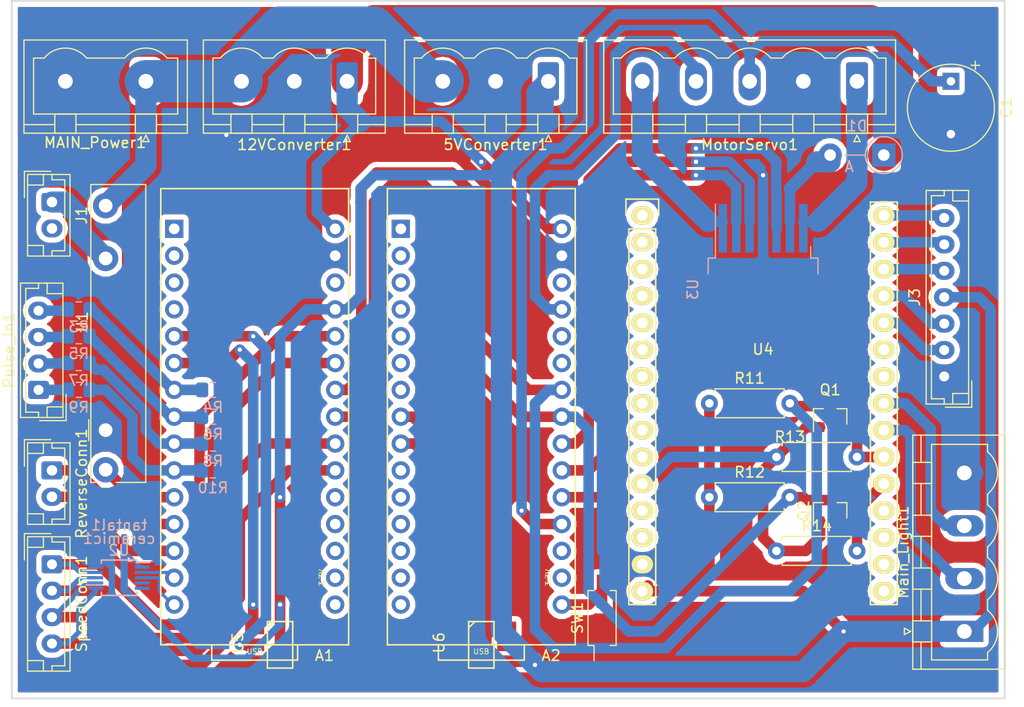
<source format=kicad_pcb>
(kicad_pcb (version 20171130) (host pcbnew "(5.0.0)")
  (layers (0 F.Cu signal) (31 B.Cu signal) (34 B.Paste user) (35 F.Paste user) (36 B.SilkS user) (37 F.SilkS user) (38 B.Mask user) (39 F.Mask user) (44 Edge.Cuts user))
  (net 0 "")
  (net 1 12V)
  (net 2 "Net-(D1-Pad2)")
  (net 3 "Net-(MotorServo1-Pad1)")
  (net 4 GND)
  (net 5 5V_2)
  (net 6 "Net-(MotorServo1-Pad5)")
  (net 7 5V_Main)
  (net 8 "Net-(Pulse_in1-Pad2)")
  (net 9 "Net-(Pulse_in1-Pad3)")
  (net 10 "Net-(Pulse_in1-Pad4)")
  (net 11 "Net-(Pulse_in1-Pad1)")
  (net 12 "Net-(U2-Pad5)")
  (net 13 "Net-(J3-Pad6)")
  (net 14 "Net-(J3-Pad7)")
  (net 15 "Net-(U4-Pad1)")
  (net 16 "Net-(U4-Pad2)")
  (net 17 "Net-(U4-Pad3)")
  (net 18 "Net-(U4-Pad4)")
  (net 19 "Net-(U4-Pad5)")
  (net 20 "Net-(U4-Pad6)")
  (net 21 "Net-(U4-Pad7)")
  (net 22 "Net-(U4-Pad8)")
  (net 23 "Net-(U4-Pad9)")
  (net 24 "Net-(U4-Pad12)")
  (net 25 "Net-(U4-Pad13)")
  (net 26 "Net-(U4-Pad18)")
  (net 27 "Net-(U4-Pad19)")
  (net 28 "Net-(U4-Pad25)")
  (net 29 "Net-(U4-Pad16)")
  (net 30 SCL_DA)
  (net 31 SDA_DA)
  (net 32 SCL_L)
  (net 33 SDA_L)
  (net 34 SCL_H)
  (net 35 SDA_H)
  (net 36 3.3V_1)
  (net 37 "Net-(J3-Pad5)")
  (net 38 IN2)
  (net 39 IN1)
  (net 40 EF)
  (net 41 Power_Relay)
  (net 42 SERVO_In)
  (net 43 "Net-(J3-Pad3)")
  (net 44 "Net-(U4-Pad24)")
  (net 45 "Net-(U4-Pad17)")
  (net 46 "Net-(U4-Pad10)")
  (net 47 "Net-(U6-Pad6)")
  (net 48 "Net-(U6-Pad5)")
  (net 49 "Net-(U5-Pad5)")
  (net 50 "Net-(U5-Pad6)")
  (net 51 P_IN_B)
  (net 52 P_IN_A)
  (net 53 P_IN_C)
  (net 54 P_IN_D)
  (net 55 VOUTD)
  (net 56 VOUTC)
  (net 57 VOUTB)
  (net 58 VOUTA)
  (net 59 "Net-(J1-Pad1)")
  (net 60 "Net-(12VConverter1-Pad3)")
  (net 61 "Net-(U2-Pad4)")
  (net 62 "Net-(A2-PadD6)")
  (net 63 "Net-(A2-PadD5)")
  (net 64 "Net-(A1-PadD2)")
  (net 65 "Net-(A1-PadD3)")
  (net 66 "Net-(A2-PadD13)")
  (net 67 "Net-(A1-PadD10)")
  (net 68 "Net-(A1-PadD9)")
  (net 69 "Net-(A2-PadRST2)")
  (net 70 "Net-(A2-PadA7)")
  (net 71 "Net-(A2-PadA6)")
  (net 72 "Net-(A2-PadAREF)")
  (net 73 "Net-(A2-Pad3V3)")
  (net 74 "Net-(A2-PadD12)")
  (net 75 "Net-(A2-PadD11)")
  (net 76 "Net-(A2-PadD10)")
  (net 77 "Net-(A2-PadD9)")
  (net 78 "Net-(A2-PadD8)")
  (net 79 "Net-(A2-PadD7)")
  (net 80 "Net-(A2-PadD4)")
  (net 81 "Net-(A2-PadD3)")
  (net 82 "Net-(A2-PadD2)")
  (net 83 "Net-(A2-PadGND1)")
  (net 84 "Net-(A2-PadRST1)")
  (net 85 "Net-(A2-PadD0)")
  (net 86 "Net-(A2-PadD1)")
  (net 87 "Net-(A1-PadRST2)")
  (net 88 "Net-(A1-PadA1)")
  (net 89 "Net-(A1-PadA0)")
  (net 90 "Net-(A1-PadAREF)")
  (net 91 "Net-(A1-Pad3V3)")
  (net 92 "Net-(A1-PadD13)")
  (net 93 "Net-(A1-PadGND1)")
  (net 94 "Net-(A1-PadRST1)")
  (net 95 "Net-(A1-PadD0)")
  (net 96 "Net-(A1-PadD1)")
  (net 97 "Net-(Main_Light1-Pad2)")
  (net 98 "Net-(J3-Pad2)")
  (net 99 "Net-(Main_Light1-Pad3)")
  (module Connector_Phoenix_MSTB:PhoenixContact_MSTBVA_2,5_4-G_1x04_P5.00mm_Vertical (layer F.Cu) (at 236.22 129.54 90)
    (fp_text reference Main_Light1 (at 7.5 -5.8 90) (layer F.SilkS))
    (fp_text value Conn_01x02_Male)
    (pad 1 thru_hole rect (at 0 0 90) (size 2 3.6) (drill 1.4) (layers *.Cu *.Mask) (net 7 5V_Main))
    (pad 2 thru_hole oval (at 5 0 90) (size 2 3.6) (drill 1.4) (layers *.Cu *.Mask) (net 97 "Net-(Main_Light1-Pad2)"))
    (pad 3 thru_hole oval (at 10 0 90) (size 2 3.6) (drill 1.4) (layers *.Cu *.Mask) (net 99 "Net-(Main_Light1-Pad3)"))
    (pad 4 thru_hole oval (at 15 0 90) (size 2 3.6) (drill 1.4) (layers *.Cu *.Mask) (net 4 GND))
  )
  (module Connector_JST:JST_EH_B07B-EH-A_1x07_P2.50mm_Vertical (layer F.Cu) (at 234.315 105.41 90)
    (fp_text reference J3 (at 7.5 -2.8 90) (layer F.SilkS))
    (fp_text value Conn_01x11_Male)
    (pad 1 thru_hole rect (at 0 0 90) (size 1.7 1.95) (drill 0.95) (layers *.Cu *.Mask) (net 4 GND))
    (pad 2 thru_hole oval (at 2.5 0 90) (size 1.7 1.95) (drill 0.95) (layers *.Cu *.Mask) (net 98 "Net-(J3-Pad2)"))
    (pad 3 thru_hole oval (at 5 0 90) (size 1.7 1.95) (drill 0.95) (layers *.Cu *.Mask) (net 43 "Net-(J3-Pad3)"))
    (pad 4 thru_hole oval (at 7.5 0 90) (size 1.7 1.95) (drill 0.95) (layers *.Cu *.Mask) (net 7 5V_Main))
    (pad 5 thru_hole oval (at 10 0 90) (size 1.7 1.95) (drill 0.95) (layers *.Cu *.Mask) (net 37 "Net-(J3-Pad5)"))
    (pad 6 thru_hole oval (at 12.5 0 90) (size 1.7 1.95) (drill 0.95) (layers *.Cu *.Mask) (net 13 "Net-(J3-Pad6)"))
    (pad 7 thru_hole oval (at 15 0 90) (size 1.7 1.95) (drill 0.95) (layers *.Cu *.Mask) (net 14 "Net-(J3-Pad7)"))
  )
  (module Capacitor_SMD:C_0402_1005Metric (layer B.Cu) (at 156.21 120.65 180)
    (fp_text reference tantal1 (at 0 1.17 180) (layer B.SilkS) (effects (justify mirror)))
    (fp_text value 10uF)
    (pad 2 smd roundrect (at 0.485 0 180) (size 0.59 0.64) (layers B.Cu B.Paste B.Mask) (net 4 GND))
    (pad 1 smd roundrect (at -0.485 0 180) (size 0.59 0.64) (layers B.Cu B.Paste B.Mask) (net 7 5V_Main))
  )
  (module Capacitor_SMD:C_0402_1005Metric (layer B.Cu) (at 156.21 121.92 180)
    (fp_text reference ceramic1 (at 0 1.17 180) (layer B.SilkS) (effects (justify mirror)))
    (fp_text value 0.1uF)
    (pad 1 smd roundrect (at -0.485 0 180) (size 0.59 0.64) (layers B.Cu B.Paste B.Mask) (net 7 5V_Main))
    (pad 2 smd roundrect (at 0.485 0 180) (size 0.59 0.64) (layers B.Cu B.Paste B.Mask) (net 4 GND))
  )
  (module Arduino:Arduino_Nano_Socket (layer F.Cu) (at 169.05 130.81)
    (fp_text reference A1 (at 6.604 1.016) (layer F.SilkS))
    (fp_text value Arduino_Nano_v3.x)
    (fp_text user USB (at 0 0.635) (layer F.SilkS) (effects (font (size 0.5 0.5) (thickness 0.075))))
    (fp_text user 3.3V (at 6.35 -6.35 90) (layer F.SilkS) (effects (font (size 0.5 0.5) (thickness 0.075))))
    (pad VIN thru_hole circle (at 7.62 -39.37) (size 1.7272 1.7272) (drill 1.016) (layers *.Cu *.Mask) (net 1 12V))
    (pad GND2 thru_hole circle (at 7.62 -36.83) (size 1.7272 1.7272) (drill 1.016) (layers *.Cu *.Mask) (net 4 GND))
    (pad RST2 thru_hole circle (at 7.62 -34.29) (size 1.7272 1.7272) (drill 1.016) (layers *.Cu *.Mask) (net 87 "Net-(A1-PadRST2)"))
    (pad 5V thru_hole circle (at 7.62 -31.75) (size 1.7272 1.7272) (drill 1.016) (layers *.Cu *.Mask) (net 7 5V_Main))
    (pad A7 thru_hole circle (at 7.62 -29.21) (size 1.7272 1.7272) (drill 1.016) (layers *.Cu *.Mask) (net 55 VOUTD))
    (pad A6 thru_hole circle (at 7.62 -26.67) (size 1.7272 1.7272) (drill 1.016) (layers *.Cu *.Mask) (net 56 VOUTC))
    (pad A5 thru_hole circle (at 7.62 -24.13) (size 1.7272 1.7272) (drill 1.016) (layers *.Cu *.Mask) (net 34 SCL_H))
    (pad A4 thru_hole circle (at 7.62 -21.59) (size 1.7272 1.7272) (drill 1.016) (layers *.Cu *.Mask) (net 35 SDA_H))
    (pad A3 thru_hole circle (at 7.62 -19.05) (size 1.7272 1.7272) (drill 1.016) (layers *.Cu *.Mask) (net 57 VOUTB))
    (pad A2 thru_hole circle (at 7.62 -16.51) (size 1.7272 1.7272) (drill 1.016) (layers *.Cu *.Mask) (net 58 VOUTA))
    (pad A1 thru_hole circle (at 7.62 -13.97) (size 1.7272 1.7272) (drill 1.016) (layers *.Cu *.Mask) (net 88 "Net-(A1-PadA1)"))
    (pad A0 thru_hole circle (at 7.62 -11.43) (size 1.7272 1.7272) (drill 1.016) (layers *.Cu *.Mask) (net 89 "Net-(A1-PadA0)"))
    (pad AREF thru_hole circle (at 7.62 -8.89) (size 1.7272 1.7272) (drill 1.016) (layers *.Cu *.Mask) (net 90 "Net-(A1-PadAREF)"))
    (pad 3V3 thru_hole circle (at 7.62 -6.35) (size 1.7272 1.7272) (drill 1.016) (layers *.Cu *.Mask) (net 91 "Net-(A1-Pad3V3)"))
    (pad D13 thru_hole circle (at 7.62 -3.81) (size 1.7272 1.7272) (drill 1.016) (layers *.Cu *.Mask) (net 92 "Net-(A1-PadD13)"))
    (pad D12 thru_hole circle (at -7.62 -3.81) (size 1.7272 1.7272) (drill 1.016) (layers *.Cu *.Mask) (net 31 SDA_DA))
    (pad D11 thru_hole circle (at -7.62 -6.35) (size 1.7272 1.7272) (drill 1.016) (layers *.Cu *.Mask) (net 30 SCL_DA))
    (pad D10 thru_hole circle (at -7.62 -8.89) (size 1.7272 1.7272) (drill 1.016) (layers *.Cu *.Mask) (net 67 "Net-(A1-PadD10)"))
    (pad D9 thru_hole circle (at -7.62 -11.43) (size 1.7272 1.7272) (drill 1.016) (layers *.Cu *.Mask) (net 68 "Net-(A1-PadD9)"))
    (pad D8 thru_hole circle (at -7.62 -13.97) (size 1.7272 1.7272) (drill 1.016) (layers *.Cu *.Mask) (net 41 Power_Relay))
    (pad D7 thru_hole circle (at -7.62 -16.51) (size 1.7272 1.7272) (drill 1.016) (layers *.Cu *.Mask) (net 54 P_IN_D))
    (pad D6 thru_hole circle (at -7.62 -19.05) (size 1.7272 1.7272) (drill 1.016) (layers *.Cu *.Mask) (net 53 P_IN_C))
    (pad D5 thru_hole circle (at -7.62 -21.59) (size 1.7272 1.7272) (drill 1.016) (layers *.Cu *.Mask) (net 51 P_IN_B))
    (pad D4 thru_hole circle (at -7.62 -24.13) (size 1.7272 1.7272) (drill 1.016) (layers *.Cu *.Mask) (net 52 P_IN_A))
    (pad D3 thru_hole circle (at -7.62 -26.67) (size 1.7272 1.7272) (drill 1.016) (layers *.Cu *.Mask) (net 65 "Net-(A1-PadD3)"))
    (pad D2 thru_hole circle (at -7.62 -29.21) (size 1.7272 1.7272) (drill 1.016) (layers *.Cu *.Mask) (net 64 "Net-(A1-PadD2)"))
    (pad GND1 thru_hole circle (at -7.62 -31.75) (size 1.7272 1.7272) (drill 1.016) (layers *.Cu *.Mask) (net 93 "Net-(A1-PadGND1)"))
    (pad RST1 thru_hole circle (at -7.62 -34.29) (size 1.7272 1.7272) (drill 1.016) (layers *.Cu *.Mask) (net 94 "Net-(A1-PadRST1)"))
    (pad D0 thru_hole circle (at -7.62 -36.83) (size 1.7272 1.7272) (drill 1.016) (layers *.Cu *.Mask) (net 95 "Net-(A1-PadD0)"))
    (pad D1 thru_hole rect (at -7.62 -39.37) (size 1.7272 1.7272) (drill 1.016) (layers *.Cu *.Mask) (net 96 "Net-(A1-PadD1)"))
  )
  (module Arduino:Arduino_Nano_Socket (layer F.Cu) (at 190.5 130.81)
    (fp_text reference A2 (at 6.604 1.016) (layer F.SilkS))
    (fp_text value Arduino_Nano_v3.x)
    (fp_text user 3.3V (at 6.35 -6.35 90) (layer F.SilkS) (effects (font (size 0.5 0.5) (thickness 0.075))))
    (fp_text user USB (at 0 0.635) (layer F.SilkS) (effects (font (size 0.5 0.5) (thickness 0.075))))
    (pad D1 thru_hole rect (at -7.62 -39.37) (size 1.7272 1.7272) (drill 1.016) (layers *.Cu *.Mask) (net 86 "Net-(A2-PadD1)"))
    (pad D0 thru_hole circle (at -7.62 -36.83) (size 1.7272 1.7272) (drill 1.016) (layers *.Cu *.Mask) (net 85 "Net-(A2-PadD0)"))
    (pad RST1 thru_hole circle (at -7.62 -34.29) (size 1.7272 1.7272) (drill 1.016) (layers *.Cu *.Mask) (net 84 "Net-(A2-PadRST1)"))
    (pad GND1 thru_hole circle (at -7.62 -31.75) (size 1.7272 1.7272) (drill 1.016) (layers *.Cu *.Mask) (net 83 "Net-(A2-PadGND1)"))
    (pad D2 thru_hole circle (at -7.62 -29.21) (size 1.7272 1.7272) (drill 1.016) (layers *.Cu *.Mask) (net 82 "Net-(A2-PadD2)"))
    (pad D3 thru_hole circle (at -7.62 -26.67) (size 1.7272 1.7272) (drill 1.016) (layers *.Cu *.Mask) (net 81 "Net-(A2-PadD3)"))
    (pad D4 thru_hole circle (at -7.62 -24.13) (size 1.7272 1.7272) (drill 1.016) (layers *.Cu *.Mask) (net 80 "Net-(A2-PadD4)"))
    (pad D5 thru_hole circle (at -7.62 -21.59) (size 1.7272 1.7272) (drill 1.016) (layers *.Cu *.Mask) (net 63 "Net-(A2-PadD5)"))
    (pad D6 thru_hole circle (at -7.62 -19.05) (size 1.7272 1.7272) (drill 1.016) (layers *.Cu *.Mask) (net 62 "Net-(A2-PadD6)"))
    (pad D7 thru_hole circle (at -7.62 -16.51) (size 1.7272 1.7272) (drill 1.016) (layers *.Cu *.Mask) (net 79 "Net-(A2-PadD7)"))
    (pad D8 thru_hole circle (at -7.62 -13.97) (size 1.7272 1.7272) (drill 1.016) (layers *.Cu *.Mask) (net 78 "Net-(A2-PadD8)"))
    (pad D9 thru_hole circle (at -7.62 -11.43) (size 1.7272 1.7272) (drill 1.016) (layers *.Cu *.Mask) (net 77 "Net-(A2-PadD9)"))
    (pad D10 thru_hole circle (at -7.62 -8.89) (size 1.7272 1.7272) (drill 1.016) (layers *.Cu *.Mask) (net 76 "Net-(A2-PadD10)"))
    (pad D11 thru_hole circle (at -7.62 -6.35) (size 1.7272 1.7272) (drill 1.016) (layers *.Cu *.Mask) (net 75 "Net-(A2-PadD11)"))
    (pad D12 thru_hole circle (at -7.62 -3.81) (size 1.7272 1.7272) (drill 1.016) (layers *.Cu *.Mask) (net 74 "Net-(A2-PadD12)"))
    (pad D13 thru_hole circle (at 7.62 -3.81) (size 1.7272 1.7272) (drill 1.016) (layers *.Cu *.Mask) (net 66 "Net-(A2-PadD13)"))
    (pad 3V3 thru_hole circle (at 7.62 -6.35) (size 1.7272 1.7272) (drill 1.016) (layers *.Cu *.Mask) (net 73 "Net-(A2-Pad3V3)"))
    (pad AREF thru_hole circle (at 7.62 -8.89) (size 1.7272 1.7272) (drill 1.016) (layers *.Cu *.Mask) (net 72 "Net-(A2-PadAREF)"))
    (pad A0 thru_hole circle (at 7.62 -11.43) (size 1.7272 1.7272) (drill 1.016) (layers *.Cu *.Mask) (net 42 SERVO_In))
    (pad A1 thru_hole circle (at 7.62 -13.97) (size 1.7272 1.7272) (drill 1.016) (layers *.Cu *.Mask) (net 40 EF))
    (pad A2 thru_hole circle (at 7.62 -16.51) (size 1.7272 1.7272) (drill 1.016) (layers *.Cu *.Mask) (net 39 IN1))
    (pad A3 thru_hole circle (at 7.62 -19.05) (size 1.7272 1.7272) (drill 1.016) (layers *.Cu *.Mask) (net 38 IN2))
    (pad A4 thru_hole circle (at 7.62 -21.59) (size 1.7272 1.7272) (drill 1.016) (layers *.Cu *.Mask) (net 35 SDA_H))
    (pad A5 thru_hole circle (at 7.62 -24.13) (size 1.7272 1.7272) (drill 1.016) (layers *.Cu *.Mask) (net 34 SCL_H))
    (pad A6 thru_hole circle (at 7.62 -26.67) (size 1.7272 1.7272) (drill 1.016) (layers *.Cu *.Mask) (net 71 "Net-(A2-PadA6)"))
    (pad A7 thru_hole circle (at 7.62 -29.21) (size 1.7272 1.7272) (drill 1.016) (layers *.Cu *.Mask) (net 70 "Net-(A2-PadA7)"))
    (pad 5V thru_hole circle (at 7.62 -31.75) (size 1.7272 1.7272) (drill 1.016) (layers *.Cu *.Mask) (net 5 5V_2))
    (pad RST2 thru_hole circle (at 7.62 -34.29) (size 1.7272 1.7272) (drill 1.016) (layers *.Cu *.Mask) (net 69 "Net-(A2-PadRST2)"))
    (pad GND2 thru_hole circle (at 7.62 -36.83) (size 1.7272 1.7272) (drill 1.016) (layers *.Cu *.Mask) (net 4 GND))
    (pad VIN thru_hole circle (at 7.62 -39.37) (size 1.7272 1.7272) (drill 1.016) (layers *.Cu *.Mask) (net 1 12V))
  )
  (module Connector_JST:JST_EH_B02B-EH-A_1x02_P2.50mm_Vertical (layer F.Cu) (at 149.86 114.3 270)
    (fp_text reference ReverseConn1 (at 1.25 -2.8 270) (layer F.SilkS))
    (fp_text value Conn_01x02_Male)
    (pad 2 thru_hole oval (at 2.5 0 270) (size 1.7 2) (drill 1) (layers *.Cu *.Mask) (net 67 "Net-(A1-PadD10)"))
    (pad 1 thru_hole roundrect (at 0 0 270) (size 1.7 2) (drill 1) (layers *.Cu *.Mask) (roundrect_rratio 0.147059) (net 68 "Net-(A1-PadD9)"))
  )
  (module OptoDevice:Finder_34.81 (layer F.Cu) (at 154.94 110.49 90)
    (fp_text reference U1 (at 10.25 -2.2 90) (layer F.SilkS))
    (fp_text value 34.81-8240)
    (pad A1 thru_hole roundrect (at 0 0 90) (size 2.4 2.4) (drill 1.3) (layers *.Cu *.Mask) (roundrect_rratio 0.104) (net 4 GND))
    (pad A2 thru_hole circle (at -3.75 0 90) (size 2.4 2.4) (drill 1.3) (layers *.Cu *.Mask) (net 41 Power_Relay))
    (pad 11 thru_hole circle (at 16.25 0 90) (size 2.4 2.4) (drill 1.3) (layers *.Cu *.Mask) (net 59 "Net-(J1-Pad1)"))
    (pad 14 thru_hole circle (at 21.25 0 90) (size 2.4 2.4) (drill 1.3) (layers *.Cu *.Mask) (net 60 "Net-(12VConverter1-Pad3)"))
  )
  (module Resistor_SMD:R_0805_2012Metric_Pad1.15x1.40mm_HandSolder (layer B.Cu) (at 152.4 104.14)
    (fp_text reference R7 (at 0 1.65) (layer B.SilkS) (effects (justify mirror)))
    (fp_text value R)
    (pad 2 smd roundrect (at 1.025 0) (size 1.15 1.4) (layers B.Cu B.Paste B.Mask) (roundrect_rratio 0.217391) (net 53 P_IN_C))
    (pad 1 smd roundrect (at -1.025 0) (size 1.15 1.4) (layers B.Cu B.Paste B.Mask) (roundrect_rratio 0.217391) (net 8 "Net-(Pulse_in1-Pad2)"))
  )
  (module Resistor_SMD:R_0805_2012Metric_Pad1.15x1.40mm_HandSolder (layer B.Cu) (at 165.1 114.3)
    (fp_text reference R10 (at 0 1.65) (layer B.SilkS) (effects (justify mirror)))
    (fp_text value 1kohm)
    (pad 1 smd roundrect (at -1.025 0) (size 1.15 1.4) (layers B.Cu B.Paste B.Mask) (roundrect_rratio 0.217391) (net 54 P_IN_D))
    (pad 2 smd roundrect (at 1.025 0) (size 1.15 1.4) (layers B.Cu B.Paste B.Mask) (roundrect_rratio 0.217391) (net 4 GND))
  )
  (module Resistor_SMD:R_0805_2012Metric_Pad1.15x1.40mm_HandSolder (layer B.Cu) (at 152.4 106.68)
    (fp_text reference R9 (at 0 1.65) (layer B.SilkS) (effects (justify mirror)))
    (fp_text value 10kohm)
    (pad 2 smd roundrect (at 1.025 0) (size 1.15 1.4) (layers B.Cu B.Paste B.Mask) (roundrect_rratio 0.217391) (net 54 P_IN_D))
    (pad 1 smd roundrect (at -1.025 0) (size 1.15 1.4) (layers B.Cu B.Paste B.Mask) (roundrect_rratio 0.217391) (net 11 "Net-(Pulse_in1-Pad1)"))
  )
  (module Resistor_SMD:R_0805_2012Metric_Pad1.15x1.40mm_HandSolder (layer B.Cu) (at 165.1 109.22)
    (fp_text reference R6 (at 0 1.65) (layer B.SilkS) (effects (justify mirror)))
    (fp_text value R)
    (pad 1 smd roundrect (at -1.025 0) (size 1.15 1.4) (layers B.Cu B.Paste B.Mask) (roundrect_rratio 0.217391) (net 51 P_IN_B))
    (pad 2 smd roundrect (at 1.025 0) (size 1.15 1.4) (layers B.Cu B.Paste B.Mask) (roundrect_rratio 0.217391) (net 4 GND))
  )
  (module Resistor_SMD:R_0805_2012Metric_Pad1.15x1.40mm_HandSolder (layer B.Cu) (at 152.4 101.6)
    (fp_text reference R5 (at 0 1.65) (layer B.SilkS) (effects (justify mirror)))
    (fp_text value R)
    (pad 2 smd roundrect (at 1.025 0) (size 1.15 1.4) (layers B.Cu B.Paste B.Mask) (roundrect_rratio 0.217391) (net 51 P_IN_B))
    (pad 1 smd roundrect (at -1.025 0) (size 1.15 1.4) (layers B.Cu B.Paste B.Mask) (roundrect_rratio 0.217391) (net 9 "Net-(Pulse_in1-Pad3)"))
  )
  (module Resistor_SMD:R_0805_2012Metric_Pad1.15x1.40mm_HandSolder (layer B.Cu) (at 165.1 106.68)
    (fp_text reference R4 (at 0 1.65) (layer B.SilkS) (effects (justify mirror)))
    (fp_text value R)
    (pad 1 smd roundrect (at -1.025 0) (size 1.15 1.4) (layers B.Cu B.Paste B.Mask) (roundrect_rratio 0.217391) (net 52 P_IN_A))
    (pad 2 smd roundrect (at 1.025 0) (size 1.15 1.4) (layers B.Cu B.Paste B.Mask) (roundrect_rratio 0.217391) (net 4 GND))
  )
  (module Resistor_SMD:R_0805_2012Metric_Pad1.15x1.40mm_HandSolder (layer B.Cu) (at 152.4 99.06)
    (fp_text reference R3 (at 0 1.65) (layer B.SilkS) (effects (justify mirror)))
    (fp_text value R)
    (pad 2 smd roundrect (at 1.025 0) (size 1.15 1.4) (layers B.Cu B.Paste B.Mask) (roundrect_rratio 0.217391) (net 52 P_IN_A))
    (pad 1 smd roundrect (at -1.025 0) (size 1.15 1.4) (layers B.Cu B.Paste B.Mask) (roundrect_rratio 0.217391) (net 10 "Net-(Pulse_in1-Pad4)"))
  )
  (module Resistor_SMD:R_0805_2012Metric_Pad1.15x1.40mm_HandSolder (layer B.Cu) (at 165.1 111.76)
    (fp_text reference R8 (at 0 1.65) (layer B.SilkS) (effects (justify mirror)))
    (fp_text value R)
    (pad 1 smd roundrect (at -1.025 0) (size 1.15 1.4) (layers B.Cu B.Paste B.Mask) (roundrect_rratio 0.217391) (net 53 P_IN_C))
    (pad 2 smd roundrect (at 1.025 0) (size 1.15 1.4) (layers B.Cu B.Paste B.Mask) (roundrect_rratio 0.217391) (net 4 GND))
  )
  (module Resistor_THT:R_Axial_DIN0207_L6.3mm_D2.5mm_P7.62mm_Horizontal (layer F.Cu) (at 212.09 107.95)
    (fp_text reference R11 (at 3.81 -2.37) (layer F.SilkS))
    (fp_text value R)
    (pad 2 thru_hole oval (at 7.62 0) (size 1.6 1.6) (drill 0.8) (layers *.Cu *.Mask) (net 34 SCL_H))
    (pad 1 thru_hole circle (at 0 0) (size 1.6 1.6) (drill 0.8) (layers *.Cu *.Mask) (net 7 5V_Main))
  )
  (module Resistor_THT:R_Axial_DIN0207_L6.3mm_D2.5mm_P7.62mm_Horizontal (layer F.Cu) (at 212.09 116.84)
    (fp_text reference R12 (at 3.81 -2.37) (layer F.SilkS))
    (fp_text value R)
    (pad 1 thru_hole circle (at 0 0) (size 1.6 1.6) (drill 0.8) (layers *.Cu *.Mask) (net 7 5V_Main))
    (pad 2 thru_hole oval (at 7.62 0) (size 1.6 1.6) (drill 0.8) (layers *.Cu *.Mask) (net 35 SDA_H))
  )
  (module Resistor_THT:R_Axial_DIN0207_L6.3mm_D2.5mm_P7.62mm_Horizontal (layer F.Cu) (at 218.44 113.03)
    (fp_text reference R13 (at 1.27 -1.905 180) (layer F.SilkS))
    (fp_text value R)
    (pad 2 thru_hole oval (at 7.62 0) (size 1.6 1.6) (drill 0.8) (layers *.Cu *.Mask) (net 32 SCL_L))
    (pad 1 thru_hole circle (at 0 0) (size 1.6 1.6) (drill 0.8) (layers *.Cu *.Mask) (net 36 3.3V_1))
  )
  (module Resistor_THT:R_Axial_DIN0207_L6.3mm_D2.5mm_P7.62mm_Horizontal (layer F.Cu) (at 218.44 121.92)
    (fp_text reference R14 (at 3.81 -2.37) (layer F.SilkS))
    (fp_text value R)
    (pad 1 thru_hole circle (at 0 0) (size 1.6 1.6) (drill 0.8) (layers *.Cu *.Mask) (net 36 3.3V_1))
    (pad 2 thru_hole oval (at 7.62 0) (size 1.6 1.6) (drill 0.8) (layers *.Cu *.Mask) (net 33 SDA_L))
  )
  (module nodemcu:NodeMCU_Amica_R2 (layer F.Cu) (at 205.74 90.17)
    (fp_text reference U4 (at 11.43 12.68) (layer F.SilkS))
    (fp_text value NodeMCU_Amica_R2)
    (pad 29 thru_hole oval (at 22.86 2.54) (size 2.032 1.7272) (drill 1.016) (layers *.Cu *.Mask F.SilkS) (net 13 "Net-(J3-Pad6)"))
    (pad 27 thru_hole oval (at 22.86 7.62) (size 2.032 1.7272) (drill 1.016) (layers *.Cu *.Mask F.SilkS) (net 43 "Net-(J3-Pad3)"))
    (pad 28 thru_hole oval (at 22.86 5.08) (size 2.032 1.7272) (drill 1.016) (layers *.Cu *.Mask F.SilkS) (net 37 "Net-(J3-Pad5)"))
    (pad 20 thru_hole oval (at 22.86 25.4) (size 2.032 1.7272) (drill 1.016) (layers *.Cu *.Mask F.SilkS) (net 33 SDA_L))
    (pad 21 thru_hole oval (at 22.86 22.86) (size 2.032 1.7272) (drill 1.016) (layers *.Cu *.Mask F.SilkS) (net 32 SCL_L))
    (pad 23 thru_hole oval (at 22.86 17.78) (size 2.032 1.7272) (drill 1.016) (layers *.Cu *.Mask F.SilkS) (net 99 "Net-(Main_Light1-Pad3)"))
    (pad 22 thru_hole oval (at 22.86 20.32) (size 2.032 1.7272) (drill 1.016) (layers *.Cu *.Mask F.SilkS) (net 97 "Net-(Main_Light1-Pad2)"))
    (pad 16 thru_hole oval (at 22.86 35.56) (size 2.032 1.7272) (drill 1.016) (layers *.Cu *.Mask F.SilkS) (net 29 "Net-(U4-Pad16)"))
    (pad 24 thru_hole oval (at 22.86 15.24) (size 2.032 1.7272) (drill 1.016) (layers *.Cu *.Mask F.SilkS) (net 44 "Net-(U4-Pad24)"))
    (pad 26 thru_hole oval (at 22.86 10.16) (size 2.032 1.7272) (drill 1.016) (layers *.Cu *.Mask F.SilkS) (net 98 "Net-(J3-Pad2)"))
    (pad 25 thru_hole oval (at 22.86 12.7) (size 2.032 1.7272) (drill 1.016) (layers *.Cu *.Mask F.SilkS) (net 28 "Net-(U4-Pad25)"))
    (pad 19 thru_hole oval (at 22.86 27.94) (size 2.032 1.7272) (drill 1.016) (layers *.Cu *.Mask F.SilkS) (net 27 "Net-(U4-Pad19)"))
    (pad 17 thru_hole oval (at 22.86 33.02) (size 2.032 1.7272) (drill 1.016) (layers *.Cu *.Mask F.SilkS) (net 45 "Net-(U4-Pad17)"))
    (pad 18 thru_hole oval (at 22.86 30.48) (size 2.032 1.7272) (drill 1.016) (layers *.Cu *.Mask F.SilkS) (net 26 "Net-(U4-Pad18)"))
    (pad 30 thru_hole oval (at 22.86 0) (size 2.032 1.7272) (drill 1.016) (layers *.Cu *.Mask F.SilkS) (net 14 "Net-(J3-Pad7)"))
    (pad 15 thru_hole oval (at 0 35.56) (size 2.032 1.7272) (drill 1.016) (layers *.Cu *.Mask F.SilkS) (net 7 5V_Main))
    (pad 14 thru_hole oval (at 0 33.02) (size 2.032 1.7272) (drill 1.016) (layers *.Cu *.Mask F.SilkS) (net 4 GND))
    (pad 13 thru_hole oval (at 0 30.48) (size 2.032 1.7272) (drill 1.016) (layers *.Cu *.Mask F.SilkS) (net 25 "Net-(U4-Pad13)"))
    (pad 12 thru_hole oval (at 0 27.94) (size 2.032 1.7272) (drill 1.016) (layers *.Cu *.Mask F.SilkS) (net 24 "Net-(U4-Pad12)"))
    (pad 11 thru_hole oval (at 0 25.4) (size 2.032 1.7272) (drill 1.016) (layers *.Cu *.Mask F.SilkS) (net 36 3.3V_1))
    (pad 10 thru_hole oval (at 0 22.86) (size 2.032 1.7272) (drill 1.016) (layers *.Cu *.Mask F.SilkS) (net 46 "Net-(U4-Pad10)"))
    (pad 9 thru_hole oval (at 0 20.32) (size 2.032 1.7272) (drill 1.016) (layers *.Cu *.Mask F.SilkS) (net 23 "Net-(U4-Pad9)"))
    (pad 8 thru_hole oval (at 0 17.78) (size 2.032 1.7272) (drill 1.016) (layers *.Cu *.Mask F.SilkS) (net 22 "Net-(U4-Pad8)"))
    (pad 7 thru_hole oval (at 0 15.24) (size 2.032 1.7272) (drill 1.016) (layers *.Cu *.Mask F.SilkS) (net 21 "Net-(U4-Pad7)"))
    (pad 6 thru_hole oval (at 0 12.7) (size 2.032 1.7272) (drill 1.016) (layers *.Cu *.Mask F.SilkS) (net 20 "Net-(U4-Pad6)"))
    (pad 5 thru_hole oval (at 0 10.16) (size 2.032 1.7272) (drill 1.016) (layers *.Cu *.Mask F.SilkS) (net 19 "Net-(U4-Pad5)"))
    (pad 4 thru_hole oval (at 0 7.62) (size 2.032 1.7272) (drill 1.016) (layers *.Cu *.Mask F.SilkS) (net 18 "Net-(U4-Pad4)"))
    (pad 3 thru_hole oval (at 0 5.08) (size 2.032 1.7272) (drill 1.016) (layers *.Cu *.Mask F.SilkS) (net 17 "Net-(U4-Pad3)"))
    (pad 2 thru_hole oval (at 0 2.54) (size 2.032 1.7272) (drill 1.016) (layers *.Cu *.Mask F.SilkS) (net 16 "Net-(U4-Pad2)"))
    (pad 1 thru_hole oval (at 0 0) (size 2.032 1.7272) (drill 1.016) (layers *.Cu *.Mask F.SilkS) (net 15 "Net-(U4-Pad1)"))
  )
  (module Connector_JST:JST_EH_B02B-EH-A_1x02_P2.50mm_Vertical (layer F.Cu) (at 149.86 88.9 270)
    (fp_text reference J1 (at 1.25 -2.8 270) (layer F.SilkS))
    (fp_text value PWR_C)
    (pad 2 thru_hole oval (at 2.5 0 270) (size 1.7 2) (drill 1) (layers *.Cu *.Mask))
    (pad 1 thru_hole roundrect (at 0 0 270) (size 1.7 2) (drill 1) (layers *.Cu *.Mask) (roundrect_rratio 0.147059) (net 59 "Net-(J1-Pad1)"))
  )
  (module Connector_Phoenix_MSTB:PhoenixContact_MSTBVA_2,5_3-G_1x03_P5.00mm_Vertical (layer F.Cu) (at 196.85 77.47 180)
    (fp_text reference 5VConverter1 (at 5 -6 180) (layer F.SilkS))
    (fp_text value Conn_01x04_Male)
    (pad 3 thru_hole oval (at 10 0 180) (size 2 3.6) (drill 1.4) (layers *.Cu *.Mask) (net 60 "Net-(12VConverter1-Pad3)"))
    (pad 2 thru_hole oval (at 5 0 180) (size 2 3.6) (drill 1.4) (layers *.Cu *.Mask) (net 4 GND))
    (pad 1 thru_hole roundrect (at 0 0 180) (size 2 3.6) (drill 1.4) (layers *.Cu *.Mask) (roundrect_rratio 0.125) (net 7 5V_Main))
  )
  (module Connector_Phoenix_MSTB:PhoenixContact_MSTBVA_2,5_3-G_1x03_P5.00mm_Vertical (layer F.Cu) (at 177.8 77.47 180)
    (fp_text reference 12VConverter1 (at 5 -6 180) (layer F.SilkS))
    (fp_text value Conn_01x03_Male)
    (pad 3 thru_hole oval (at 10 0 180) (size 2 3.6) (drill 1.4) (layers *.Cu *.Mask) (net 60 "Net-(12VConverter1-Pad3)"))
    (pad 2 thru_hole oval (at 5 0 180) (size 2 3.6) (drill 1.4) (layers *.Cu *.Mask) (net 4 GND))
    (pad 1 thru_hole roundrect (at 0 0 180) (size 2 3.6) (drill 1.4) (layers *.Cu *.Mask) (roundrect_rratio 0.125) (net 1 12V))
  )
  (module Connector_Phoenix_MSTB:PhoenixContact_MSTBVA_2,5_5-G-5,08_1x05_P5.08mm_Vertical (layer F.Cu) (at 226.06 77.47 180)
    (fp_text reference MotorServo1 (at 10.16 -6 180) (layer F.SilkS))
    (fp_text value Conn_01x05_Female)
    (pad 5 thru_hole oval (at 20.32 0 180) (size 2.08 3.6) (drill 1.4) (layers *.Cu *.Mask) (net 6 "Net-(MotorServo1-Pad5)"))
    (pad 4 thru_hole oval (at 15.24 0 180) (size 2.08 3.6) (drill 1.4) (layers *.Cu *.Mask) (net 5 5V_2))
    (pad 3 thru_hole oval (at 10.16 0 180) (size 2.08 3.6) (drill 1.4) (layers *.Cu *.Mask) (net 42 SERVO_In))
    (pad 2 thru_hole oval (at 5.08 0 180) (size 2.08 3.6) (drill 1.4) (layers *.Cu *.Mask) (net 4 GND))
    (pad 1 thru_hole roundrect (at 0 0 180) (size 2.08 3.6) (drill 1.4) (layers *.Cu *.Mask) (roundrect_rratio 0.120192) (net 3 "Net-(MotorServo1-Pad1)"))
  )
  (module Connector_Phoenix_GMSTB:PhoenixContact_GMSTBVA_2,5_2-G-7,62_1x02_P7.62mm_Vertical (layer F.Cu) (at 158.75 77.47 180)
    (fp_text reference MAIN_Power1 (at 4.81 -5.8 180) (layer F.SilkS))
    (fp_text value Conn_01x02_Male)
    (pad 2 thru_hole oval (at 7.62 0 180) (size 2.1 3.6) (drill 1.4) (layers *.Cu *.Mask) (net 4 GND))
    (pad 1 thru_hole roundrect (at 0 0 180) (size 2.1 3.6) (drill 1.4) (layers *.Cu *.Mask) (roundrect_rratio 0.119048) (net 60 "Net-(12VConverter1-Pad3)"))
  )
  (module TLE5205:APA102_hand_solder (layer F.Cu) (at 171.45 130.81 270)
    (fp_text reference U5 (at -0.2 4 270) (layer F.SilkS))
    (fp_text value SK9822)
    (pad 3 smd rect (at 1.6 2.4) (size 1.8 1.2) (layers F.Cu F.Paste F.Mask) (net 4 GND))
    (pad 4 smd rect (at 1.6 -2.4) (size 1.8 1.2) (layers F.Cu F.Paste F.Mask) (net 7 5V_Main))
    (pad 5 smd rect (at 0 -2.4) (size 1.8 1.2) (layers F.Cu F.Paste F.Mask) (net 49 "Net-(U5-Pad5)"))
    (pad 2 smd rect (at 0 2.4) (size 1.8 1.2) (layers F.Cu F.Paste F.Mask) (net 64 "Net-(A1-PadD2)"))
    (pad 1 smd rect (at -1.6 2.4) (size 1.8 1.2) (layers F.Cu F.Paste F.Mask) (net 65 "Net-(A1-PadD3)"))
    (pad 6 smd rect (at -1.6 -2.4) (size 1.8 1.2) (layers F.Cu F.Paste F.Mask) (net 50 "Net-(U5-Pad6)"))
  )
  (module TLE5205:APA102_hand_solder (layer F.Cu) (at 190.5 130.81 270)
    (fp_text reference U6 (at -0.2 4 270) (layer F.SilkS))
    (fp_text value SK9822)
    (pad 3 smd rect (at 1.6 2.4) (size 1.8 1.2) (layers F.Cu F.Paste F.Mask) (net 4 GND))
    (pad 4 smd rect (at 1.6 -2.4) (size 1.8 1.2) (layers F.Cu F.Paste F.Mask) (net 7 5V_Main))
    (pad 5 smd rect (at 0 -2.4) (size 1.8 1.2) (layers F.Cu F.Paste F.Mask) (net 48 "Net-(U6-Pad5)"))
    (pad 2 smd rect (at 0 2.4) (size 1.8 1.2) (layers F.Cu F.Paste F.Mask) (net 62 "Net-(A2-PadD6)"))
    (pad 1 smd rect (at -1.6 2.4) (size 1.8 1.2) (layers F.Cu F.Paste F.Mask) (net 63 "Net-(A2-PadD5)"))
    (pad 6 smd rect (at -1.6 -2.4) (size 1.8 1.2) (layers F.Cu F.Paste F.Mask) (net 47 "Net-(U6-Pad6)"))
  )
  (module Capacitor_THT:CP_Radial_Tantal_D8.0mm_P5.00mm (layer F.Cu) (at 234.95 77.47 270)
    (fp_text reference C1 (at 2.5 -5.25 270) (layer F.SilkS))
    (fp_text value C)
    (pad 2 thru_hole circle (at 5 0 270) (size 1.6 1.6) (drill 0.8) (layers *.Cu *.Mask) (net 4 GND))
    (pad 1 thru_hole rect (at 0 0 270) (size 1.6 1.6) (drill 0.8) (layers *.Cu *.Mask) (net 42 SERVO_In))
  )
  (module Package_TO_SOT_SMD:SOT-23 (layer F.Cu) (at 223.52 118.11 90)
    (fp_text reference Q2 (at 0 -2.5 90) (layer F.SilkS))
    (fp_text value BSS138)
    (pad 3 smd rect (at 1 0 90) (size 0.9 0.8) (layers F.Cu F.Paste F.Mask) (net 35 SDA_H))
    (pad 2 smd rect (at -1 0.95 90) (size 0.9 0.8) (layers F.Cu F.Paste F.Mask) (net 33 SDA_L))
    (pad 1 smd rect (at -1 -0.95 90) (size 0.9 0.8) (layers F.Cu F.Paste F.Mask) (net 36 3.3V_1))
  )
  (module Package_TO_SOT_SMD:SOT-23 (layer F.Cu) (at 223.52 109.22 90)
    (fp_text reference Q1 (at 2.54 0) (layer F.SilkS))
    (fp_text value BSS138)
    (pad 3 smd rect (at 1 0 90) (size 0.9 0.8) (layers F.Cu F.Paste F.Mask) (net 34 SCL_H))
    (pad 2 smd rect (at -1 0.95 90) (size 0.9 0.8) (layers F.Cu F.Paste F.Mask) (net 32 SCL_L))
    (pad 1 smd rect (at -1 -0.95 90) (size 0.9 0.8) (layers F.Cu F.Paste F.Mask) (net 36 3.3V_1))
  )
  (module Package_TO_SOT_SMD:TO-263-7_TabPin4 (layer B.Cu) (at 217.17 97.155 270)
    (fp_text reference U3 (at 0 6.65 270) (layer B.SilkS) (effects (justify mirror)))
    (fp_text value TLE5205)
    (pad 4 smd rect (at 3.375 0 270) (size 9.4 10.8) (layers B.Cu B.Mask) (net 4 GND))
    (pad 7 smd rect (at -5.775 -3.81 270) (size 4.6 0.8) (layers B.Cu B.Paste B.Mask) (net 3 "Net-(MotorServo1-Pad1)"))
    (pad 6 smd rect (at -5.775 -2.54 270) (size 4.6 0.8) (layers B.Cu B.Paste B.Mask) (net 2 "Net-(D1-Pad2)"))
    (pad 5 smd rect (at -5.775 -1.27 270) (size 4.6 0.8) (layers B.Cu B.Paste B.Mask) (net 38 IN2))
    (pad 4 smd rect (at -5.775 0 270) (size 4.6 0.8) (layers B.Cu B.Paste B.Mask) (net 4 GND))
    (pad 3 smd rect (at -5.775 1.27 270) (size 4.6 0.8) (layers B.Cu B.Paste B.Mask) (net 39 IN1))
    (pad 2 smd rect (at -5.775 2.54 270) (size 4.6 0.8) (layers B.Cu B.Paste B.Mask) (net 40 EF))
    (pad 1 smd rect (at -5.775 3.81 270) (size 4.6 0.8) (layers B.Cu B.Paste B.Mask) (net 6 "Net-(MotorServo1-Pad5)"))
  )
  (module Connector_JST:JST_EH_B04B-EH-A_1x04_P2.50mm_Vertical (layer F.Cu) (at 148.59 106.68 90)
    (fp_text reference Pulse_in1 (at 3.75 -2.8 90) (layer F.SilkS))
    (fp_text value Conn_01x04_Male)
    (pad 4 thru_hole oval (at 7.5 0 90) (size 1.7 1.95) (drill 0.95) (layers *.Cu *.Mask) (net 10 "Net-(Pulse_in1-Pad4)"))
    (pad 3 thru_hole oval (at 5 0 90) (size 1.7 1.95) (drill 0.95) (layers *.Cu *.Mask) (net 9 "Net-(Pulse_in1-Pad3)"))
    (pad 2 thru_hole oval (at 2.5 0 90) (size 1.7 1.95) (drill 0.95) (layers *.Cu *.Mask) (net 8 "Net-(Pulse_in1-Pad2)"))
    (pad 1 thru_hole roundrect (at 0 0 90) (size 1.7 1.95) (drill 0.95) (layers *.Cu *.Mask) (roundrect_rratio 0.147059) (net 11 "Net-(Pulse_in1-Pad1)"))
  )
  (module Connector_JST:JST_EH_B04B-EH-A_1x04_P2.50mm_Vertical (layer F.Cu) (at 149.86 123.19 270)
    (fp_text reference SpeedConn1 (at 3.75 -2.8 270) (layer F.SilkS))
    (fp_text value Conn_01x04_Male)
    (pad 4 thru_hole oval (at 7.5 0 270) (size 1.7 1.95) (drill 0.95) (layers *.Cu *.Mask) (net 58 VOUTA))
    (pad 3 thru_hole oval (at 5 0 270) (size 1.7 1.95) (drill 0.95) (layers *.Cu *.Mask) (net 57 VOUTB))
    (pad 2 thru_hole oval (at 2.5 0 270) (size 1.7 1.95) (drill 0.95) (layers *.Cu *.Mask) (net 56 VOUTC))
    (pad 1 thru_hole roundrect (at 0 0 270) (size 1.7 1.95) (drill 0.95) (layers *.Cu *.Mask) (roundrect_rratio 0.147059) (net 55 VOUTD))
  )
  (module Package_SO:MSOP-10_3x3mm_P0.5mm (layer B.Cu) (at 156.21 124.46 180)
    (fp_text reference U2 (at 0 2.6 180) (layer B.SilkS) (effects (justify mirror)))
    (fp_text value MCP4728)
    (pad 10 smd rect (at 2.2 1 180) (size 1.4 0.3) (layers B.Cu B.Paste B.Mask) (net 4 GND))
    (pad 9 smd rect (at 2.2 0.5 180) (size 1.4 0.3) (layers B.Cu B.Paste B.Mask) (net 55 VOUTD))
    (pad 8 smd rect (at 2.2 0 180) (size 1.4 0.3) (layers B.Cu B.Paste B.Mask) (net 56 VOUTC))
    (pad 7 smd rect (at 2.2 -0.5 180) (size 1.4 0.3) (layers B.Cu B.Paste B.Mask) (net 57 VOUTB))
    (pad 6 smd rect (at 2.2 -1 180) (size 1.4 0.3) (layers B.Cu B.Paste B.Mask) (net 58 VOUTA))
    (pad 5 smd rect (at -2.2 -1 180) (size 1.4 0.3) (layers B.Cu B.Paste B.Mask) (net 12 "Net-(U2-Pad5)"))
    (pad 4 smd rect (at -2.2 -0.5 180) (size 1.4 0.3) (layers B.Cu B.Paste B.Mask) (net 61 "Net-(U2-Pad4)"))
    (pad 3 smd rect (at -2.2 0 180) (size 1.4 0.3) (layers B.Cu B.Paste B.Mask) (net 31 SDA_DA))
    (pad 2 smd rect (at -2.2 0.5 180) (size 1.4 0.3) (layers B.Cu B.Paste B.Mask) (net 30 SCL_DA))
    (pad 1 smd rect (at -2.2 1 180) (size 1.4 0.3) (layers B.Cu B.Paste B.Mask) (net 7 5V_Main))
  )
  (module Diode_THT:D_DO-41_SOD81_P5.08mm_Vertical_AnodeUp (layer B.Cu) (at 228.6 84.455 180)
    (fp_text reference D1 (at 2.54 2.750635 180) (layer B.SilkS) (effects (justify mirror)))
    (fp_text value DIODE)
    (fp_text user A (at 3.28 -1.1 180) (layer B.SilkS) (effects (justify mirror)))
    (pad 2 thru_hole oval (at 5.08 0 180) (size 2.2 2.2) (drill 1.1) (layers *.Cu *.Mask) (net 2 "Net-(D1-Pad2)"))
    (pad 1 thru_hole rect (at 0 0 180) (size 2.2 2.2) (drill 1.1) (layers *.Cu *.Mask) (net 1 12V))
  )
  (module Connector_PinHeader_2.54mm:PinHeader_2x01_P2.54mm_Vertical_SMD (layer F.Cu) (at 201.93 128.27 90)
    (fp_text reference SW1 (at 0 -2.33 90) (layer F.SilkS))
    (fp_text value SW_Push)
    (pad 2 smd rect (at 2.525 0 90) (size 3.15 1) (layers F.Cu F.Paste F.Mask) (net 66 "Net-(A2-PadD13)"))
    (pad 1 smd rect (at -2.525 0 90) (size 3.15 1) (layers F.Cu F.Paste F.Mask) (net 4 GND))
  )
  (gr_line (start 146.05 69.85) (end 240.03 69.85) (layer Edge.Cuts) (width 0.15))
  (gr_line (start 146.05 135.89) (end 146.05 69.85) (layer Edge.Cuts) (width 0.15))
  (gr_line (start 240.03 135.89) (end 146.05 135.89) (layer Edge.Cuts) (width 0.15))
  (gr_line (start 240.03 69.85) (end 240.03 135.89) (layer Edge.Cuts) (width 0.15))
  (segment (start 177.8 77.47) (end 177.8 80.01) (width 2) (layer B.Cu) (net 1))
  (segment (start 174.939999 85.410001) (end 179.07 81.28) (width 1) (layer B.Cu) (net 1))
  (segment (start 174.939999 89.849999) (end 174.939999 85.410001) (width 1) (layer B.Cu) (net 1))
  (segment (start 176.53 91.44) (end 174.939999 89.849999) (width 1) (layer B.Cu) (net 1))
  (segment (start 177.8 80.01) (end 179.07 81.28) (width 2) (layer B.Cu) (net 1))
  (segment (start 198.12 91.44) (end 196.85 91.44) (width 1) (layer F.Cu) (net 1))
  (via (at 190.5 85.09) (size 0.8) (drill 0.4) (layers F.Cu B.Cu) (net 1))
  (segment (start 196.85 91.44) (end 190.5 85.09) (width 1) (layer F.Cu) (net 1))
  (segment (start 186.69 81.28) (end 179.07 81.28) (width 1) (layer B.Cu) (net 1))
  (segment (start 190.5 85.09) (end 186.69 81.28) (width 1) (layer B.Cu) (net 1))
  (segment (start 229.87 83.185) (end 228.6 84.455) (width 3) (layer F.Cu) (net 1))
  (segment (start 229.87 74.295) (end 229.87 83.185) (width 3) (layer F.Cu) (net 1))
  (segment (start 227.33 71.755) (end 229.87 74.295) (width 3) (layer F.Cu) (net 1))
  (segment (start 180.34 71.755) (end 227.33 71.755) (width 3) (layer F.Cu) (net 1))
  (segment (start 177.8 77.47) (end 177.8 74.295) (width 3) (layer F.Cu) (net 1))
  (segment (start 177.8 74.295) (end 180.34 71.755) (width 3) (layer F.Cu) (net 1))
  (segment (start 222.25 85.09) (end 223.52 85.09) (width 2) (layer B.Cu) (net 2))
  (segment (start 219.71 90.745) (end 219.71 87.63) (width 1) (layer B.Cu) (net 2))
  (segment (start 219.71 87.63) (end 222.25 85.09) (width 1.2) (layer B.Cu) (net 2))
  (segment (start 226.06 79.37) (end 226.06 77.47) (width 1) (layer B.Cu) (net 3))
  (segment (start 226.06 87.065) (end 226.06 79.37) (width 2) (layer B.Cu) (net 3))
  (segment (start 222.38 90.745) (end 226.06 87.065) (width 2) (layer B.Cu) (net 3))
  (segment (start 222.38 90.745) (end 220.98 90.745) (width 1) (layer B.Cu) (net 3))
  (segment (start 151.13 78.22) (end 155.46 82.55) (width 2) (layer F.Cu) (net 4))
  (segment (start 151.13 77.47) (end 151.13 78.22) (width 1) (layer F.Cu) (net 4))
  (segment (start 172.8 78.27) (end 172.8 77.47) (width 1) (layer F.Cu) (net 4))
  (segment (start 168.52 82.55) (end 172.8 78.27) (width 2) (layer F.Cu) (net 4))
  (segment (start 172.8 78.27) (end 177.08 82.55) (width 2) (layer F.Cu) (net 4))
  (segment (start 177.08 82.55) (end 187.57 82.55) (width 2) (layer F.Cu) (net 4))
  (segment (start 191.85 78.27) (end 191.85 77.47) (width 1) (layer F.Cu) (net 4))
  (segment (start 187.57 82.55) (end 191.85 78.27) (width 2) (layer F.Cu) (net 4))
  (segment (start 220.98 76.71) (end 220.98 77.47) (width 1) (layer F.Cu) (net 4))
  (segment (start 191.85 77.47) (end 191.85 76.67) (width 1) (layer F.Cu) (net 4))
  (via (at 217.17 86.36) (size 0.8) (drill 0.4) (layers F.Cu B.Cu) (net 4))
  (segment (start 217.17 90.745) (end 217.17 86.36) (width 1) (layer B.Cu) (net 4))
  (segment (start 217.17 86.36) (end 217.17 85.09) (width 2) (layer F.Cu) (net 4))
  (segment (start 220.98 81.28) (end 220.98 77.47) (width 2) (layer F.Cu) (net 4))
  (segment (start 203.724 127.926) (end 203.724 125.0536) (width 1) (layer F.Cu) (net 4))
  (segment (start 201.93 129.72) (end 203.724 127.926) (width 1) (layer F.Cu) (net 4))
  (segment (start 205.5876 123.19) (end 205.74 123.19) (width 1) (layer F.Cu) (net 4))
  (segment (start 203.724 125.0536) (end 205.5876 123.19) (width 1) (layer F.Cu) (net 4))
  (segment (start 201.93 130.795) (end 201.93 129.72) (width 1) (layer F.Cu) (net 4))
  (segment (start 174.939999 92.389999) (end 174.939999 82.870001) (width 1) (layer F.Cu) (net 4))
  (segment (start 176.53 93.98) (end 174.939999 92.389999) (width 1) (layer F.Cu) (net 4))
  (segment (start 174.939999 82.870001) (end 174.619998 82.55) (width 1) (layer F.Cu) (net 4))
  (segment (start 173.99 82.55) (end 177.08 82.55) (width 2) (layer F.Cu) (net 4))
  (segment (start 173.99 82.55) (end 168.52 82.55) (width 2) (layer F.Cu) (net 4))
  (segment (start 174.619998 82.55) (end 173.99 82.55) (width 1) (layer F.Cu) (net 4))
  (segment (start 219.16 82) (end 219.71 82.55) (width 1) (layer F.Cu) (net 4))
  (segment (start 219.71 82.55) (end 220.98 81.28) (width 2) (layer F.Cu) (net 4))
  (segment (start 217.17 85.09) (end 219.71 82.55) (width 2) (layer F.Cu) (net 4))
  (segment (start 191.85 78.27) (end 195.58 82) (width 2) (layer F.Cu) (net 4))
  (segment (start 217.17 86.36) (end 220.98 86.36) (width 2) (layer F.Cu) (net 4))
  (segment (start 223.395998 87.63) (end 231.14 87.63) (width 2) (layer F.Cu) (net 4))
  (segment (start 222.25 87.63) (end 223.395998 87.63) (width 2) (layer F.Cu) (net 4))
  (segment (start 220.98 86.36) (end 222.25 87.63) (width 2) (layer F.Cu) (net 4))
  (segment (start 231.14 86.28) (end 234.95 82.47) (width 1) (layer F.Cu) (net 4))
  (segment (start 231.14 87.63) (end 231.14 86.28) (width 1) (layer F.Cu) (net 4))
  (segment (start 188.4 132.41) (end 190 134.01) (width 1) (layer F.Cu) (net 4))
  (segment (start 200.43 130.795) (end 201.93 130.795) (width 1) (layer F.Cu) (net 4))
  (segment (start 197.215 134.01) (end 200.43 130.795) (width 1) (layer F.Cu) (net 4))
  (segment (start 190 134.01) (end 197.215 134.01) (width 1) (layer F.Cu) (net 4))
  (segment (start 188.1 132.41) (end 188.4 132.41) (width 1) (layer F.Cu) (net 4))
  (segment (start 196.352939 92.640009) (end 187.57 83.85707) (width 1) (layer F.Cu) (net 4))
  (segment (start 187.57 83.85707) (end 187.57 82.55) (width 1) (layer F.Cu) (net 4))
  (segment (start 196.78001 92.64001) (end 196.352939 92.640009) (width 1) (layer F.Cu) (net 4))
  (segment (start 198.12 93.98) (end 196.78001 92.64001) (width 1) (layer F.Cu) (net 4))
  (segment (start 154.94 110.49) (end 154.94 107.95) (width 2) (layer F.Cu) (net 4))
  (segment (start 154.94 107.95) (end 157.48 105.41) (width 2) (layer F.Cu) (net 4))
  (segment (start 155.46 82.55) (end 157.48 82.55) (width 2) (layer F.Cu) (net 4))
  (segment (start 157.48 105.41) (end 157.48 82.55) (width 2) (layer F.Cu) (net 4))
  (segment (start 166.125 114.3) (end 166.125 106.68) (width 1) (layer B.Cu) (net 4))
  (via (at 166.37 82.55) (size 0.8) (drill 0.4) (layers F.Cu B.Cu) (net 4))
  (segment (start 166.125 82.795) (end 166.37 82.55) (width 1) (layer B.Cu) (net 4))
  (segment (start 157.48 82.55) (end 166.37 82.55) (width 2) (layer F.Cu) (net 4))
  (segment (start 166.125 106.68) (end 166.125 82.795) (width 1) (layer B.Cu) (net 4))
  (segment (start 166.37 82.55) (end 168.52 82.55) (width 2) (layer F.Cu) (net 4))
  (segment (start 152.4 113.03) (end 152.4 121.92) (width 1) (layer B.Cu) (net 4))
  (segment (start 154.94 110.49) (end 152.4 113.03) (width 1) (layer B.Cu) (net 4))
  (segment (start 184.899999 133.710001) (end 186.2 132.41) (width 1) (layer F.Cu) (net 4))
  (segment (start 170.650001 133.710001) (end 184.899999 133.710001) (width 1) (layer F.Cu) (net 4))
  (segment (start 186.2 132.41) (end 188.1 132.41) (width 1) (layer F.Cu) (net 4))
  (segment (start 169.35 132.41) (end 170.650001 133.710001) (width 1) (layer F.Cu) (net 4))
  (segment (start 169.05 132.41) (end 169.35 132.41) (width 1) (layer F.Cu) (net 4))
  (segment (start 198.12 93.98) (end 201.93 97.79) (width 1) (layer B.Cu) (net 4))
  (segment (start 201.93 97.79) (end 201.93 121.92) (width 1) (layer B.Cu) (net 4))
  (segment (start 203.2 123.19) (end 205.74 123.19) (width 1) (layer B.Cu) (net 4))
  (segment (start 201.93 121.92) (end 203.2 123.19) (width 1) (layer B.Cu) (net 4))
  (segment (start 217.17 90.745) (end 217.17 99.895) (width 1) (layer B.Cu) (net 4))
  (segment (start 155.725 120.65) (end 155.725 121.92) (width 0.5) (layer B.Cu) (net 4))
  (segment (start 152.4 121.92) (end 152.47 121.92) (width 0.3) (layer B.Cu) (net 4))
  (segment (start 236.22 107.315) (end 234.315 105.41) (width 2) (layer B.Cu) (net 4))
  (segment (start 236.22 114.54) (end 236.22 107.315) (width 2) (layer B.Cu) (net 4))
  (segment (start 235.585 87.63) (end 231.14 87.63) (width 2) (layer F.Cu) (net 4))
  (segment (start 237.49 103.505) (end 237.49 89.535) (width 2) (layer F.Cu) (net 4))
  (segment (start 237.49 89.535) (end 235.585 87.63) (width 2) (layer F.Cu) (net 4))
  (segment (start 234.315 105.41) (end 235.585 105.41) (width 2) (layer F.Cu) (net 4))
  (segment (start 235.585 105.41) (end 237.49 103.505) (width 2) (layer F.Cu) (net 4))
  (segment (start 212.81 82) (end 212.725 82) (width 2) (layer F.Cu) (net 4))
  (segment (start 217.17 86.36) (end 212.81 82) (width 2) (layer F.Cu) (net 4))
  (segment (start 195.58 82) (end 212.725 82) (width 2) (layer F.Cu) (net 4))
  (segment (start 212.725 82) (end 219.16 82) (width 2) (layer F.Cu) (net 4))
  (segment (start 154.01 123.06) (end 152.87 121.92) (width 0.25) (layer B.Cu) (net 4))
  (segment (start 152.87 121.92) (end 152.47 121.92) (width 0.25) (layer B.Cu) (net 4))
  (segment (start 154.01 123.46) (end 154.01 123.06) (width 0.25) (layer B.Cu) (net 4))
  (segment (start 210.82 77.47) (end 210.82 76.71) (width 1) (layer B.Cu) (net 5))
  (segment (start 210.82 76.2) (end 210.82 77.47) (width 1) (layer B.Cu) (net 5))
  (segment (start 208.28 73.66) (end 210.82 76.2) (width 1) (layer B.Cu) (net 5))
  (segment (start 204.47 73.66) (end 208.28 73.66) (width 1) (layer B.Cu) (net 5))
  (segment (start 203.2 74.93) (end 204.47 73.66) (width 1) (layer B.Cu) (net 5))
  (segment (start 203.2 82.55) (end 203.2 74.93) (width 1) (layer B.Cu) (net 5))
  (segment (start 196.85 99.06) (end 195.58 97.79) (width 1) (layer B.Cu) (net 5))
  (segment (start 199.39 86.36) (end 203.2 82.55) (width 1) (layer B.Cu) (net 5))
  (segment (start 198.12 99.06) (end 196.85 99.06) (width 1) (layer B.Cu) (net 5))
  (segment (start 195.58 97.79) (end 195.58 87.63) (width 1) (layer B.Cu) (net 5))
  (segment (start 195.58 87.63) (end 196.85 86.36) (width 1) (layer B.Cu) (net 5))
  (segment (start 196.85 86.36) (end 199.39 86.36) (width 1) (layer B.Cu) (net 5))
  (segment (start 205.74 84.525) (end 211.96 90.745) (width 2) (layer B.Cu) (net 6))
  (segment (start 205.74 80.27) (end 205.74 84.525) (width 2) (layer B.Cu) (net 6))
  (segment (start 211.96 90.745) (end 213.36 90.745) (width 1) (layer B.Cu) (net 6))
  (segment (start 205.74 80.27) (end 205.74 77.47) (width 2) (layer B.Cu) (net 6))
  (segment (start 206.28 125.19) (end 205.74 125.73) (width 1) (layer F.Cu) (net 7))
  (segment (start 212.09 107.95) (end 212.09 116.84) (width 1) (layer F.Cu) (net 7))
  (segment (start 212.09 116.84) (end 212.09 123.19) (width 1) (layer F.Cu) (net 7))
  (segment (start 209.55 125.73) (end 205.74 125.73) (width 1) (layer F.Cu) (net 7))
  (segment (start 212.09 123.19) (end 209.55 125.73) (width 1) (layer F.Cu) (net 7))
  (segment (start 220.98 125.73) (end 209.55 125.73) (width 1) (layer F.Cu) (net 7))
  (segment (start 196.85 77.47) (end 196.85 80.01) (width 1) (layer B.Cu) (net 7))
  (segment (start 222.25 127) (end 220.98 125.73) (width 1) (layer F.Cu) (net 7))
  (segment (start 196.85 81.28) (end 193.04 85.09) (width 2) (layer B.Cu) (net 7))
  (segment (start 196.85 77.47) (end 196.85 81.28) (width 1) (layer B.Cu) (net 7))
  (segment (start 176.53 99.06) (end 177.8 99.06) (width 1) (layer B.Cu) (net 7))
  (segment (start 177.8 99.06) (end 179.07 97.79) (width 1) (layer B.Cu) (net 7))
  (segment (start 179.07 97.79) (end 179.07 87.63) (width 1) (layer B.Cu) (net 7))
  (segment (start 179.07 87.63) (end 180.34 86.36) (width 1) (layer B.Cu) (net 7))
  (segment (start 180.34 86.36) (end 189.23 86.36) (width 1) (layer B.Cu) (net 7))
  (segment (start 189.23 86.36) (end 193.04 86.36) (width 1) (layer B.Cu) (net 7))
  (segment (start 193.04 85.09) (end 193.04 86.36) (width 1) (layer B.Cu) (net 7))
  (via (at 171.45 116.84) (size 0.8) (drill 0.4) (layers F.Cu B.Cu) (net 7))
  (segment (start 173.85 132.41) (end 171.95 132.41) (width 1) (layer F.Cu) (net 7))
  (segment (start 171.95 132.41) (end 171.45 131.91) (width 1) (layer F.Cu) (net 7))
  (segment (start 171.45 116.84) (end 171.45 101.6) (width 1) (layer B.Cu) (net 7))
  (segment (start 173.99 99.06) (end 176.53 99.06) (width 1) (layer B.Cu) (net 7))
  (segment (start 171.45 101.6) (end 173.99 99.06) (width 1) (layer B.Cu) (net 7))
  (segment (start 156.695 120.65) (end 156.695 121.92) (width 0.5) (layer B.Cu) (net 7))
  (segment (start 158.235 123.46) (end 156.695 121.92) (width 0.3) (layer B.Cu) (net 7))
  (segment (start 158.41 123.46) (end 158.235 123.46) (width 0.3) (layer B.Cu) (net 7))
  (segment (start 156.695 125.585002) (end 163.189998 132.08) (width 0.7) (layer B.Cu) (net 7))
  (segment (start 156.695 121.92) (end 156.695 125.585002) (width 0.7) (layer B.Cu) (net 7))
  (segment (start 163.189998 132.08) (end 168.275 132.08) (width 0.7) (layer B.Cu) (net 7))
  (segment (start 168.275 132.08) (end 171.45 128.905) (width 0.7) (layer B.Cu) (net 7))
  (via (at 171.45 127) (size 0.8) (drill 0.4) (layers F.Cu B.Cu) (net 7))
  (segment (start 171.45 128.905) (end 171.45 127) (width 0.7) (layer B.Cu) (net 7))
  (segment (start 171.45 131.91) (end 171.45 127) (width 1) (layer F.Cu) (net 7))
  (segment (start 171.45 127) (end 171.45 116.84) (width 1) (layer F.Cu) (net 7))
  (segment (start 224.79 129.54) (end 222.25 127) (width 1) (layer F.Cu) (net 7))
  (segment (start 195.77929 82.35071) (end 193.04 85.09) (width 2) (layer B.Cu) (net 7))
  (segment (start 195.77929 78.54071) (end 195.77929 82.35071) (width 2) (layer B.Cu) (net 7))
  (segment (start 196.85 77.47) (end 195.77929 78.54071) (width 2) (layer B.Cu) (net 7))
  (segment (start 192.405 85.725) (end 192.405 129.54) (width 2) (layer B.Cu) (net 7))
  (segment (start 220.98 133.35) (end 224.79 129.54) (width 2) (layer B.Cu) (net 7))
  (segment (start 193.04 85.09) (end 192.405 85.725) (width 2) (layer B.Cu) (net 7))
  (segment (start 196.215 133.35) (end 220.98 133.35) (width 2) (layer B.Cu) (net 7))
  (via (at 224.79 129.54) (size 0.8) (drill 0.4) (layers F.Cu B.Cu) (net 7))
  (via (at 195.58 132.715) (size 0.8) (drill 0.4) (layers F.Cu B.Cu) (net 7))
  (segment (start 192.9 132.41) (end 195.275 132.41) (width 1) (layer F.Cu) (net 7))
  (segment (start 192.405 129.54) (end 195.58 132.715) (width 2) (layer B.Cu) (net 7))
  (segment (start 195.275 132.41) (end 195.58 132.715) (width 1) (layer F.Cu) (net 7))
  (segment (start 195.58 132.715) (end 196.215 133.35) (width 2) (layer B.Cu) (net 7))
  (segment (start 224.79 129.54) (end 236.22 129.54) (width 2) (layer B.Cu) (net 7))
  (segment (start 238.72001 127.83999) (end 238.72001 99.02001) (width 1) (layer B.Cu) (net 7))
  (segment (start 236.22 129.54) (end 237.02 129.54) (width 1) (layer B.Cu) (net 7))
  (segment (start 237.02 129.54) (end 238.72001 127.83999) (width 1) (layer B.Cu) (net 7))
  (segment (start 237.61 97.91) (end 234.315 97.91) (width 1) (layer B.Cu) (net 7))
  (segment (start 238.72001 99.02001) (end 237.61 97.91) (width 1) (layer B.Cu) (net 7))
  (segment (start 151.335 104.18) (end 151.375 104.14) (width 1) (layer B.Cu) (net 8))
  (segment (start 148.59 104.18) (end 151.335 104.18) (width 1) (layer B.Cu) (net 8))
  (segment (start 151.295 101.68) (end 151.375 101.6) (width 1) (layer B.Cu) (net 9))
  (segment (start 148.59 101.68) (end 151.295 101.68) (width 1) (layer B.Cu) (net 9))
  (segment (start 151.255 99.18) (end 151.375 99.06) (width 1) (layer B.Cu) (net 10))
  (segment (start 148.59 99.18) (end 151.255 99.18) (width 1) (layer B.Cu) (net 10))
  (segment (start 148.772955 106.68) (end 151.375 106.68) (width 1) (layer B.Cu) (net 11))
  (segment (start 148.59 106.68) (end 148.772955 106.68) (width 1) (layer B.Cu) (net 11))
  (segment (start 234.115 92.71) (end 234.315 92.91) (width 1) (layer B.Cu) (net 13))
  (segment (start 228.6 92.71) (end 234.115 92.71) (width 1) (layer B.Cu) (net 13))
  (segment (start 228.7 90.27) (end 228.6 90.17) (width 1) (layer F.Cu) (net 14))
  (segment (start 234.075 90.17) (end 234.315 90.41) (width 1) (layer B.Cu) (net 14))
  (segment (start 228.6 90.17) (end 234.075 90.17) (width 1) (layer B.Cu) (net 14))
  (segment (start 160.79 123.96) (end 161.29 124.46) (width 0.3) (layer B.Cu) (net 30))
  (segment (start 158.41 123.96) (end 160.79 123.96) (width 0.3) (layer B.Cu) (net 30))
  (segment (start 158.41 124.46) (end 160.02 124.46) (width 0.3) (layer B.Cu) (net 31))
  (segment (start 160.02 125.73) (end 161.29 127) (width 0.3) (layer B.Cu) (net 31))
  (segment (start 160.02 124.46) (end 160.02 125.73) (width 0.3) (layer B.Cu) (net 31))
  (segment (start 228.33 112.76) (end 228.6 113.03) (width 1) (layer F.Cu) (net 32))
  (segment (start 228.6 113.03) (end 226.06 113.03) (width 1) (layer F.Cu) (net 32))
  (segment (start 226.06 111.81) (end 224.47 110.22) (width 1) (layer F.Cu) (net 32))
  (segment (start 226.06 113.03) (end 226.06 111.81) (width 1) (layer F.Cu) (net 32))
  (segment (start 228.6 115.57) (end 226.06 118.11) (width 1) (layer F.Cu) (net 33))
  (segment (start 225.87 119.11) (end 224.47 119.11) (width 1) (layer F.Cu) (net 33))
  (segment (start 226.06 119.3) (end 225.87 119.11) (width 1) (layer F.Cu) (net 33))
  (segment (start 226.06 119.38) (end 226.06 119.3) (width 1) (layer F.Cu) (net 33))
  (segment (start 226.06 119.38) (end 226.06 121.92) (width 1) (layer F.Cu) (net 33))
  (segment (start 226.06 118.11) (end 226.06 119.38) (width 1) (layer F.Cu) (net 33))
  (segment (start 219.98 108.22) (end 219.71 107.95) (width 1) (layer F.Cu) (net 34))
  (segment (start 223.52 108.22) (end 219.98 108.22) (width 1) (layer F.Cu) (net 34))
  (segment (start 196.85 106.68) (end 198.12 106.68) (width 1) (layer B.Cu) (net 34))
  (segment (start 195.58 107.95) (end 196.85 106.68) (width 1) (layer B.Cu) (net 34))
  (segment (start 222.25 110.49) (end 222.25 123.19) (width 1) (layer B.Cu) (net 34))
  (segment (start 213.36 125.73) (end 207.959999 131.130001) (width 1) (layer B.Cu) (net 34))
  (segment (start 195.58 129.353202) (end 195.58 107.95) (width 1) (layer B.Cu) (net 34))
  (segment (start 219.71 107.95) (end 222.25 110.49) (width 1) (layer B.Cu) (net 34))
  (segment (start 222.25 123.19) (end 219.71 125.73) (width 1) (layer B.Cu) (net 34))
  (segment (start 197.356799 131.130001) (end 195.58 129.353202) (width 1) (layer B.Cu) (net 34))
  (segment (start 207.959999 131.130001) (end 197.356799 131.130001) (width 1) (layer B.Cu) (net 34))
  (segment (start 219.71 125.73) (end 213.36 125.73) (width 1) (layer B.Cu) (net 34))
  (segment (start 177.8 106.68) (end 176.53 106.68) (width 1) (layer F.Cu) (net 34))
  (segment (start 179.13999 88.96999) (end 179.13999 105.34001) (width 1) (layer F.Cu) (net 34))
  (segment (start 179.07 88.9) (end 179.13999 88.96999) (width 1) (layer F.Cu) (net 34))
  (segment (start 179.13999 88.83001) (end 179.07 88.9) (width 1) (layer F.Cu) (net 34))
  (segment (start 179.13999 87.56001) (end 179.13999 88.83001) (width 1) (layer F.Cu) (net 34))
  (segment (start 194.945 106.68) (end 189.865 101.6) (width 1) (layer F.Cu) (net 34))
  (segment (start 179.13999 105.34001) (end 177.8 106.68) (width 1) (layer F.Cu) (net 34))
  (segment (start 198.12 106.68) (end 194.945 106.68) (width 1) (layer F.Cu) (net 34))
  (segment (start 189.865 101.6) (end 189.865 88.265) (width 1) (layer F.Cu) (net 34))
  (segment (start 187.709989 86.109989) (end 180.590011 86.109989) (width 1) (layer F.Cu) (net 34))
  (segment (start 189.865 88.265) (end 187.709989 86.109989) (width 1) (layer F.Cu) (net 34))
  (segment (start 180.590011 86.109989) (end 179.13999 87.56001) (width 1) (layer F.Cu) (net 34))
  (segment (start 223.52 117.11) (end 221.25 117.11) (width 1) (layer F.Cu) (net 35))
  (segment (start 220.98 116.84) (end 219.71 116.84) (width 1) (layer F.Cu) (net 35))
  (segment (start 221.25 117.11) (end 220.98 116.84) (width 1) (layer F.Cu) (net 35))
  (segment (start 207.01 129.54) (end 219.71 116.84) (width 1) (layer B.Cu) (net 35))
  (segment (start 204.47 129.54) (end 207.01 129.54) (width 1) (layer B.Cu) (net 35))
  (segment (start 180.34 107.95) (end 179.07 109.22) (width 1) (layer F.Cu) (net 35))
  (segment (start 181.930001 87.309999) (end 180.34 88.9) (width 1) (layer F.Cu) (net 35))
  (segment (start 179.07 109.22) (end 176.53 109.22) (width 1) (layer F.Cu) (net 35))
  (segment (start 180.34 88.9) (end 180.34 107.95) (width 1) (layer F.Cu) (net 35))
  (segment (start 194.31 109.22) (end 198.12 109.22) (width 1) (layer F.Cu) (net 35))
  (segment (start 186.369999 101.279999) (end 194.31 109.22) (width 1) (layer F.Cu) (net 35))
  (segment (start 186.369999 88.579999) (end 185.099999 87.309999) (width 1) (layer F.Cu) (net 35))
  (segment (start 185.099999 87.309999) (end 181.930001 87.309999) (width 1) (layer F.Cu) (net 35))
  (segment (start 186.369999 101.279999) (end 186.369999 88.579999) (width 1) (layer F.Cu) (net 35))
  (segment (start 198.12 109.22) (end 199.39 109.22) (width 1) (layer B.Cu) (net 35))
  (segment (start 199.39 109.22) (end 200.66 110.49) (width 1) (layer B.Cu) (net 35))
  (segment (start 200.66 125.73) (end 204.47 129.54) (width 1) (layer B.Cu) (net 35))
  (segment (start 200.66 110.49) (end 200.66 125.73) (width 1) (layer B.Cu) (net 35))
  (segment (start 221.25 110.22) (end 218.44 113.03) (width 1) (layer F.Cu) (net 36))
  (segment (start 222.57 110.22) (end 221.25 110.22) (width 1) (layer F.Cu) (net 36))
  (segment (start 222.57 119.11) (end 222.57 119.16) (width 1) (layer F.Cu) (net 36))
  (segment (start 222.57 120.56) (end 221.21 121.92) (width 1) (layer F.Cu) (net 36))
  (segment (start 222.57 119.11) (end 222.57 120.56) (width 1) (layer F.Cu) (net 36))
  (segment (start 221.21 121.92) (end 218.44 121.92) (width 1) (layer F.Cu) (net 36))
  (segment (start 217.17 120.65) (end 218.44 121.92) (width 1) (layer F.Cu) (net 36))
  (segment (start 218.44 113.03) (end 217.17 114.3) (width 1) (layer F.Cu) (net 36))
  (segment (start 217.17 114.3) (end 217.17 120.65) (width 1) (layer F.Cu) (net 36))
  (segment (start 205.8924 115.57) (end 208.4324 113.03) (width 1) (layer B.Cu) (net 36))
  (segment (start 217.30863 113.03) (end 218.44 113.03) (width 1) (layer B.Cu) (net 36))
  (segment (start 208.4324 113.03) (end 217.30863 113.03) (width 1) (layer B.Cu) (net 36))
  (segment (start 205.74 115.57) (end 205.8924 115.57) (width 1) (layer B.Cu) (net 36))
  (segment (start 228.62 95.27) (end 228.6 95.25) (width 1) (layer F.Cu) (net 37))
  (segment (start 234.155 95.25) (end 234.315 95.41) (width 1) (layer B.Cu) (net 37))
  (segment (start 228.6 95.25) (end 234.155 95.25) (width 1) (layer B.Cu) (net 37))
  (via (at 210.82 83.82) (size 0.8) (drill 0.4) (layers F.Cu B.Cu) (net 38))
  (segment (start 203.61586 83.82) (end 200.66 86.77586) (width 1) (layer F.Cu) (net 38))
  (segment (start 210.82 83.82) (end 203.61586 83.82) (width 1) (layer F.Cu) (net 38))
  (segment (start 200.66 86.77586) (end 200.66 110.49) (width 1) (layer F.Cu) (net 38))
  (segment (start 200.66 110.49) (end 199.39 111.76) (width 1) (layer F.Cu) (net 38))
  (segment (start 199.39 111.76) (end 198.12 111.76) (width 1) (layer F.Cu) (net 38))
  (segment (start 218.44 88.08) (end 218.44 91.38) (width 1) (layer B.Cu) (net 38))
  (segment (start 218.409992 85.120008) (end 218.409992 88.049992) (width 1) (layer B.Cu) (net 38))
  (segment (start 218.44 85.09) (end 218.409992 85.120008) (width 1) (layer B.Cu) (net 38))
  (segment (start 217.17 83.82) (end 218.44 85.09) (width 1) (layer B.Cu) (net 38))
  (segment (start 218.409992 88.049992) (end 218.44 88.08) (width 1) (layer B.Cu) (net 38))
  (segment (start 210.82 83.82) (end 217.17 83.82) (width 1) (layer B.Cu) (net 38))
  (via (at 210.82 85.09) (size 0.8) (drill 0.4) (layers F.Cu B.Cu) (net 39))
  (segment (start 213.97207 85.09) (end 210.82 85.09) (width 1) (layer B.Cu) (net 39))
  (segment (start 215.9 90.745) (end 215.9 87.01793) (width 1) (layer B.Cu) (net 39))
  (segment (start 215.9 87.01793) (end 213.97207 85.09) (width 1) (layer B.Cu) (net 39))
  (via (at 210.82 85.09) (size 0.8) (drill 0.4) (layers F.Cu B.Cu) (net 39))
  (segment (start 204.04293 85.09) (end 201.93 87.20293) (width 1) (layer F.Cu) (net 39))
  (segment (start 210.82 85.09) (end 204.04293 85.09) (width 1) (layer F.Cu) (net 39))
  (segment (start 201.93 87.20293) (end 201.93 113.03) (width 1) (layer F.Cu) (net 39))
  (segment (start 198.12 114.3) (end 200.66 114.3) (width 1) (layer F.Cu) (net 39))
  (segment (start 200.66 114.3) (end 201.93 113.03) (width 1) (layer F.Cu) (net 39))
  (segment (start 214.63 87.445) (end 213.545 86.36) (width 1) (layer B.Cu) (net 40))
  (segment (start 214.63 90.745) (end 214.63 87.445) (width 1) (layer B.Cu) (net 40))
  (via (at 210.82 86.36) (size 0.8) (drill 0.4) (layers F.Cu B.Cu) (net 40))
  (segment (start 213.545 86.36) (end 210.82 86.36) (width 1) (layer B.Cu) (net 40))
  (segment (start 210.82 86.36) (end 204.47 86.36) (width 1) (layer F.Cu) (net 40))
  (segment (start 204.47 86.36) (end 203.2 87.63) (width 1) (layer F.Cu) (net 40))
  (segment (start 203.2 87.63) (end 203.2 115.57) (width 1) (layer F.Cu) (net 40))
  (segment (start 203.2 115.57) (end 201.93 116.84) (width 1) (layer F.Cu) (net 40))
  (segment (start 201.93 116.84) (end 198.12 116.84) (width 1) (layer F.Cu) (net 40))
  (segment (start 157.54 116.84) (end 154.94 114.24) (width 1) (layer F.Cu) (net 41))
  (segment (start 161.29 116.84) (end 157.54 116.84) (width 1) (layer F.Cu) (net 41))
  (segment (start 215.9 74.93) (end 215.9 77.47) (width 1) (layer B.Cu) (net 42))
  (segment (start 217.17 73.66) (end 215.9 74.93) (width 1) (layer B.Cu) (net 42))
  (segment (start 234.95 77.47) (end 233.15 77.47) (width 1) (layer B.Cu) (net 42))
  (segment (start 233.15 77.47) (end 229.34 73.66) (width 1) (layer B.Cu) (net 42))
  (segment (start 215.9 74.67) (end 212.35 71.12) (width 1) (layer B.Cu) (net 42))
  (segment (start 215.9 77.47) (end 215.9 74.67) (width 1) (layer B.Cu) (net 42))
  (segment (start 212.35 71.12) (end 203.2 71.12) (width 1) (layer B.Cu) (net 42))
  (segment (start 203.2 71.12) (end 200.66 73.66) (width 1) (layer B.Cu) (net 42))
  (segment (start 200.66 73.66) (end 200.66 81.28) (width 1) (layer B.Cu) (net 42))
  (segment (start 200.66 81.28) (end 198.12 83.82) (width 1) (layer B.Cu) (net 42))
  (segment (start 198.12 83.82) (end 196.85 83.82) (width 1) (layer B.Cu) (net 42))
  (segment (start 196.85 83.82) (end 194.31 86.36) (width 1) (layer B.Cu) (net 42))
  (segment (start 194.31 118.11) (end 195.58 119.38) (width 1) (layer F.Cu) (net 42))
  (segment (start 195.58 119.38) (end 198.12 119.38) (width 1) (layer F.Cu) (net 42))
  (via (at 194.31 118.11) (size 0.8) (drill 0.4) (layers F.Cu B.Cu) (net 42))
  (segment (start 194.31 86.36) (end 194.31 118.11) (width 1) (layer B.Cu) (net 42))
  (segment (start 229.34 73.66) (end 217.17 73.66) (width 1) (layer B.Cu) (net 42))
  (segment (start 228.6 97.79) (end 230.505 97.79) (width 1) (layer B.Cu) (net 43))
  (segment (start 233.125 100.41) (end 234.315 100.41) (width 1) (layer B.Cu) (net 43))
  (segment (start 230.505 97.79) (end 233.125 100.41) (width 1) (layer B.Cu) (net 43))
  (segment (start 161.045 109.22) (end 161.29 109.22) (width 1) (layer B.Cu) (net 51))
  (segment (start 153.425 101.6) (end 161.045 109.22) (width 1) (layer B.Cu) (net 51))
  (segment (start 161.29 109.22) (end 164.075 109.22) (width 1) (layer B.Cu) (net 51))
  (segment (start 153.67 99.06) (end 153.425 99.06) (width 1) (layer B.Cu) (net 52))
  (segment (start 161.29 106.68) (end 153.67 99.06) (width 1) (layer B.Cu) (net 52))
  (segment (start 161.29 106.68) (end 164.075 106.68) (width 1) (layer B.Cu) (net 52))
  (segment (start 160.02 111.76) (end 161.29 111.76) (width 1) (layer B.Cu) (net 53))
  (segment (start 158.75 108.79293) (end 158.75 110.49) (width 1) (layer B.Cu) (net 53))
  (segment (start 158.75 110.49) (end 160.02 111.76) (width 1) (layer B.Cu) (net 53))
  (segment (start 154.720442 104.763372) (end 158.75 108.79293) (width 1) (layer B.Cu) (net 53))
  (segment (start 153.425 104.14) (end 154.048372 104.763372) (width 1) (layer B.Cu) (net 53))
  (segment (start 154.048372 104.763372) (end 154.720442 104.763372) (width 1) (layer B.Cu) (net 53))
  (segment (start 161.29 111.76) (end 164.075 111.76) (width 1) (layer B.Cu) (net 53))
  (segment (start 158.75 114.3) (end 161.29 114.3) (width 1) (layer B.Cu) (net 54))
  (segment (start 157.48 113.03) (end 158.75 114.3) (width 1) (layer B.Cu) (net 54))
  (segment (start 153.425 106.68) (end 154.94 106.68) (width 1) (layer B.Cu) (net 54))
  (segment (start 157.48 109.22) (end 157.48 113.03) (width 1) (layer B.Cu) (net 54))
  (segment (start 154.94 106.68) (end 157.48 109.22) (width 1) (layer B.Cu) (net 54))
  (segment (start 161.29 114.3) (end 164.075 114.3) (width 1) (layer B.Cu) (net 54))
  (segment (start 171.45 101.6) (end 176.53 101.6) (width 1) (layer F.Cu) (net 55))
  (segment (start 154.305 123.19) (end 160.02 128.905) (width 1) (layer F.Cu) (net 55))
  (segment (start 149.86 123.19) (end 154.305 123.19) (width 1) (layer F.Cu) (net 55))
  (segment (start 160.02 128.905) (end 162.56 128.905) (width 1) (layer F.Cu) (net 55))
  (segment (start 163.83 127.635) (end 163.83 109.22) (width 1) (layer F.Cu) (net 55))
  (segment (start 162.56 128.905) (end 163.83 127.635) (width 1) (layer F.Cu) (net 55))
  (segment (start 163.83 109.22) (end 171.45 101.6) (width 1) (layer F.Cu) (net 55))
  (segment (start 149.86 123.19) (end 151.765 123.19) (width 0.5) (layer B.Cu) (net 55))
  (segment (start 151.765 123.19) (end 152.4 123.825) (width 0.5) (layer B.Cu) (net 55))
  (segment (start 154.01 123.96) (end 152.4 123.924992) (width 0.3) (layer B.Cu) (net 55))
  (segment (start 165.1 128.272322) (end 165.1 110.49) (width 1) (layer F.Cu) (net 56))
  (segment (start 165.1 110.49) (end 171.45 104.14) (width 1) (layer F.Cu) (net 56))
  (segment (start 171.45 104.14) (end 176.53 104.14) (width 1) (layer F.Cu) (net 56))
  (segment (start 165.1 128.272322) (end 163.195 130.177322) (width 1) (layer F.Cu) (net 56))
  (segment (start 163.195 130.177322) (end 159.387322 130.177322) (width 1) (layer F.Cu) (net 56))
  (segment (start 154.9 125.69) (end 149.86 125.69) (width 1) (layer F.Cu) (net 56))
  (segment (start 159.387322 130.177322) (end 154.9 125.69) (width 1) (layer F.Cu) (net 56))
  (segment (start 151.335 125.69) (end 152.4 124.625) (width 0.5) (layer B.Cu) (net 56))
  (segment (start 149.86 125.69) (end 151.335 125.69) (width 0.5) (layer B.Cu) (net 56))
  (segment (start 152.548534 124.625) (end 152.4 124.625) (width 0.3) (layer B.Cu) (net 56))
  (segment (start 152.713534 124.46) (end 152.548534 124.625) (width 0.3) (layer B.Cu) (net 56))
  (segment (start 154.01 124.46) (end 152.713534 124.46) (width 0.3) (layer B.Cu) (net 56))
  (segment (start 154.01 124.96) (end 153.01 124.96) (width 0.3) (layer B.Cu) (net 57))
  (segment (start 166.37 128.27) (end 166.37 115.57) (width 1) (layer F.Cu) (net 57))
  (segment (start 170.18 111.76) (end 176.53 111.76) (width 1) (layer F.Cu) (net 57))
  (segment (start 166.37 115.57) (end 170.18 111.76) (width 1) (layer F.Cu) (net 57))
  (segment (start 163.69206 131.377332) (end 158.047332 131.377332) (width 1) (layer F.Cu) (net 57))
  (segment (start 166.300009 128.769383) (end 163.69206 131.377332) (width 1) (layer F.Cu) (net 57))
  (segment (start 166.37 128.27) (end 166.30001 128.33999) (width 1) (layer F.Cu) (net 57))
  (segment (start 166.30001 128.33999) (end 166.300009 128.769383) (width 1) (layer F.Cu) (net 57))
  (segment (start 154.86 128.19) (end 149.86 128.19) (width 1) (layer F.Cu) (net 57))
  (segment (start 158.047332 131.377332) (end 154.86 128.19) (width 1) (layer F.Cu) (net 57))
  (segment (start 152.24 125.774962) (end 152.422481 125.592481) (width 0.5) (layer B.Cu) (net 57))
  (segment (start 152.24 125.935) (end 152.24 125.774962) (width 0.5) (layer B.Cu) (net 57))
  (segment (start 149.985 128.19) (end 152.24 125.935) (width 0.5) (layer B.Cu) (net 57))
  (segment (start 149.86 128.19) (end 149.985 128.19) (width 0.5) (layer B.Cu) (net 57))
  (segment (start 153.01 124.96) (end 152.422481 125.592481) (width 0.3) (layer B.Cu) (net 57))
  (segment (start 149.985 130.69) (end 149.86 130.69) (width 0.3) (layer B.Cu) (net 58))
  (segment (start 149.86 130.69) (end 149.985 130.69) (width 0.3) (layer F.Cu) (net 58))
  (segment (start 172.29293 114.3) (end 167.64 118.95293) (width 1) (layer F.Cu) (net 58))
  (segment (start 176.67 114.3) (end 172.29293 114.3) (width 1) (layer F.Cu) (net 58))
  (segment (start 167.64 118.95293) (end 167.64 126.365) (width 1) (layer F.Cu) (net 58))
  (segment (start 167.64 126.365) (end 167.42001 126.58499) (width 0.7) (layer F.Cu) (net 58))
  (segment (start 167.42001 126.58499) (end 167.42001 129.13432) (width 0.7) (layer F.Cu) (net 58))
  (segment (start 149.86 130.69) (end 155.455 130.69) (width 1) (layer F.Cu) (net 58))
  (segment (start 157.48 132.715) (end 163.83933 132.715) (width 1) (layer F.Cu) (net 58))
  (segment (start 155.455 130.69) (end 157.48 132.715) (width 1) (layer F.Cu) (net 58))
  (segment (start 163.976988 132.577342) (end 164.189121 132.577341) (width 1) (layer F.Cu) (net 58))
  (segment (start 164.189121 132.577341) (end 165.850396 130.916066) (width 1) (layer F.Cu) (net 58))
  (segment (start 163.83933 132.715) (end 163.976988 132.577342) (width 1) (layer F.Cu) (net 58))
  (segment (start 167.42001 129.13432) (end 165.850396 130.916066) (width 0.7) (layer F.Cu) (net 58))
  (segment (start 151.335 130.69) (end 152.4 129.625) (width 0.5) (layer B.Cu) (net 58))
  (segment (start 149.86 130.69) (end 151.335 130.69) (width 0.5) (layer B.Cu) (net 58))
  (segment (start 152.4 127.34) (end 154.01 125.73) (width 0.5) (layer B.Cu) (net 58))
  (segment (start 152.4 129.625) (end 152.4 127.34) (width 0.5) (layer B.Cu) (net 58))
  (segment (start 154.01 125.46) (end 154.01 125.73) (width 0.3) (layer B.Cu) (net 58))
  (segment (start 154.01 125.73) (end 154.01 125.91) (width 0.3) (layer B.Cu) (net 58))
  (segment (start 149.86 88.9) (end 151.13 88.9) (width 2) (layer B.Cu) (net 59))
  (segment (start 151.13 88.9) (end 152.4 90.17) (width 2) (layer B.Cu) (net 59))
  (segment (start 152.4 91.7) (end 154.94 94.24) (width 2) (layer B.Cu) (net 59))
  (segment (start 152.4 90.17) (end 152.4 91.7) (width 2) (layer B.Cu) (net 59))
  (segment (start 186.85 76.67) (end 186.85 77.47) (width 1) (layer B.Cu) (net 60))
  (segment (start 167.8 77.47) (end 167.8 76.67) (width 1) (layer B.Cu) (net 60))
  (segment (start 158.75 77.47) (end 158.75 85.43) (width 2) (layer B.Cu) (net 60))
  (segment (start 158.75 85.43) (end 154.94 89.24) (width 2) (layer B.Cu) (net 60))
  (segment (start 158.75 77.47) (end 160.655 77.47) (width 4) (layer B.Cu) (net 60))
  (segment (start 158.75 77.47) (end 167.8 77.47) (width 4) (layer B.Cu) (net 60))
  (segment (start 167.8 77.47) (end 167.8 76.675) (width 1) (layer B.Cu) (net 60))
  (segment (start 186.85 77.47) (end 185.42 77.47) (width 4) (layer B.Cu) (net 60))
  (segment (start 185.42 77.47) (end 180.34 72.39) (width 4) (layer B.Cu) (net 60))
  (segment (start 180.34 72.39) (end 171.45 72.39) (width 4) (layer B.Cu) (net 60))
  (segment (start 167.8 76.04) (end 167.8 77.47) (width 4) (layer B.Cu) (net 60))
  (segment (start 171.45 72.39) (end 167.8 76.04) (width 4) (layer B.Cu) (net 60))
  (segment (start 186.939998 130.81) (end 185.42 129.290002) (width 1) (layer F.Cu) (net 62))
  (segment (start 188.1 130.81) (end 186.939998 130.81) (width 1) (layer F.Cu) (net 62))
  (segment (start 185.42 129.290002) (end 185.42 113.03) (width 1) (layer F.Cu) (net 62))
  (segment (start 182.88 111.76) (end 184.15 111.76) (width 1) (layer F.Cu) (net 62))
  (segment (start 184.15 111.76) (end 185.42 113.03) (width 1) (layer F.Cu) (net 62))
  (segment (start 184.01137 109.22) (end 188.1 113.30863) (width 1) (layer F.Cu) (net 63))
  (segment (start 188.1 127.61) (end 188.1 129.21) (width 1) (layer F.Cu) (net 63))
  (segment (start 188.1 113.30863) (end 188.1 127.61) (width 1) (layer F.Cu) (net 63))
  (segment (start 182.88 109.22) (end 184.01137 109.22) (width 1) (layer F.Cu) (net 63))
  (via (at 167.64 130.81) (size 0.8) (drill 0.4) (layers F.Cu B.Cu) (net 64))
  (segment (start 169.05 130.81) (end 167.64 130.81) (width 1) (layer F.Cu) (net 64))
  (via (at 168.91 101.6) (size 0.8) (drill 0.4) (layers F.Cu B.Cu) (net 64))
  (segment (start 170.11001 102.80001) (end 168.91 101.6) (width 1) (layer B.Cu) (net 64))
  (segment (start 167.64 130.81) (end 170.11001 128.33999) (width 1) (layer B.Cu) (net 64))
  (segment (start 170.11001 128.33999) (end 170.11001 102.80001) (width 1) (layer B.Cu) (net 64))
  (segment (start 168.91 101.6) (end 161.29 101.6) (width 1) (layer F.Cu) (net 64))
  (via (at 167.64 102.87) (size 0.8) (drill 0.4) (layers F.Cu B.Cu) (net 65))
  (segment (start 161.29 104.14) (end 166.37 104.14) (width 1) (layer F.Cu) (net 65))
  (segment (start 166.37 104.14) (end 167.64 102.87) (width 1) (layer F.Cu) (net 65))
  (via (at 168.91 127) (size 0.8) (drill 0.4) (layers F.Cu B.Cu) (net 65))
  (segment (start 167.64 102.87) (end 168.91 104.14) (width 1) (layer B.Cu) (net 65))
  (segment (start 168.91 104.14) (end 168.91 127) (width 1) (layer B.Cu) (net 65))
  (segment (start 168.91 129.07) (end 169.05 129.21) (width 1) (layer F.Cu) (net 65))
  (segment (start 168.91 127) (end 168.91 129.07) (width 1) (layer F.Cu) (net 65))
  (segment (start 200.675 127) (end 201.93 125.745) (width 1) (layer F.Cu) (net 66))
  (segment (start 198.12 127) (end 200.675 127) (width 1) (layer F.Cu) (net 66))
  (segment (start 156.98 121.92) (end 160.15863 121.92) (width 1) (layer F.Cu) (net 67))
  (segment (start 160.15863 121.92) (end 161.29 121.92) (width 1) (layer F.Cu) (net 67))
  (segment (start 151.86 116.8) (end 156.98 121.92) (width 1) (layer F.Cu) (net 67))
  (segment (start 149.86 116.8) (end 151.86 116.8) (width 1) (layer F.Cu) (net 67))
  (segment (start 152.187998 114.3) (end 149.86 114.3) (width 1) (layer F.Cu) (net 68))
  (segment (start 161.29 119.38) (end 157.267998 119.38) (width 1) (layer F.Cu) (net 68))
  (segment (start 157.267998 119.38) (end 152.187998 114.3) (width 1) (layer F.Cu) (net 68))
  (segment (start 230.616 110.49) (end 228.6 110.49) (width 1) (layer B.Cu) (net 97))
  (segment (start 231.14 111.014) (end 230.616 110.49) (width 1) (layer B.Cu) (net 97))
  (segment (start 231.14 120.26) (end 231.14 111.014) (width 1) (layer B.Cu) (net 97))
  (segment (start 235.42 124.54) (end 231.14 120.26) (width 1) (layer B.Cu) (net 97))
  (segment (start 236.22 124.54) (end 235.42 124.54) (width 1) (layer B.Cu) (net 97))
  (segment (start 228.66 100.27) (end 228.6 100.33) (width 1) (layer F.Cu) (net 98))
  (segment (start 232.45 102.91) (end 234.315 102.91) (width 1) (layer B.Cu) (net 98))
  (segment (start 228.6 100.33) (end 229.87 100.33) (width 1) (layer B.Cu) (net 98))
  (segment (start 229.87 100.33) (end 232.45 102.91) (width 1) (layer B.Cu) (net 98))
  (segment (start 228.6 107.95) (end 228.6 107.85) (width 1) (layer F.Cu) (net 99))
  (segment (start 228.6 107.95) (end 228.7524 107.95) (width 1) (layer F.Cu) (net 99))
  (segment (start 234.475 119.54) (end 236.22 119.54) (width 1) (layer B.Cu) (net 99))
  (segment (start 233.045 118.11) (end 234.475 119.54) (width 1) (layer B.Cu) (net 99))
  (segment (start 233.045 110.379) (end 233.045 118.11) (width 1) (layer B.Cu) (net 99))
  (segment (start 228.6 107.95) (end 230.616 107.95) (width 1) (layer B.Cu) (net 99))
  (segment (start 230.616 107.95) (end 233.045 110.379) (width 1) (layer B.Cu) (net 99))
  (zone (net 4) (net_name GND) (layer F.Cu) (connect_pads yes (clearance 0.508)) (min_thickness 0.254) (fill yes (arc_segments 16) (thermal_gap 0.508) (thermal_bridge_width 0.508))
    (polygon (pts (xy 146.05 69.85) (xy 240.03 69.85) (xy 240.03 135.89) (xy 146.05 135.89)))
  )
  (zone (net 4) (net_name GND) (layer B.Cu) (connect_pads yes (clearance 0.508)) (min_thickness 0.254) (fill yes (arc_segments 16) (thermal_gap 0.508) (thermal_bridge_width 0.508))
    (polygon (pts (xy 146.05 69.85) (xy 240.03 69.85) (xy 240.03 135.89) (xy 146.05 135.89)))
  )
)
</source>
